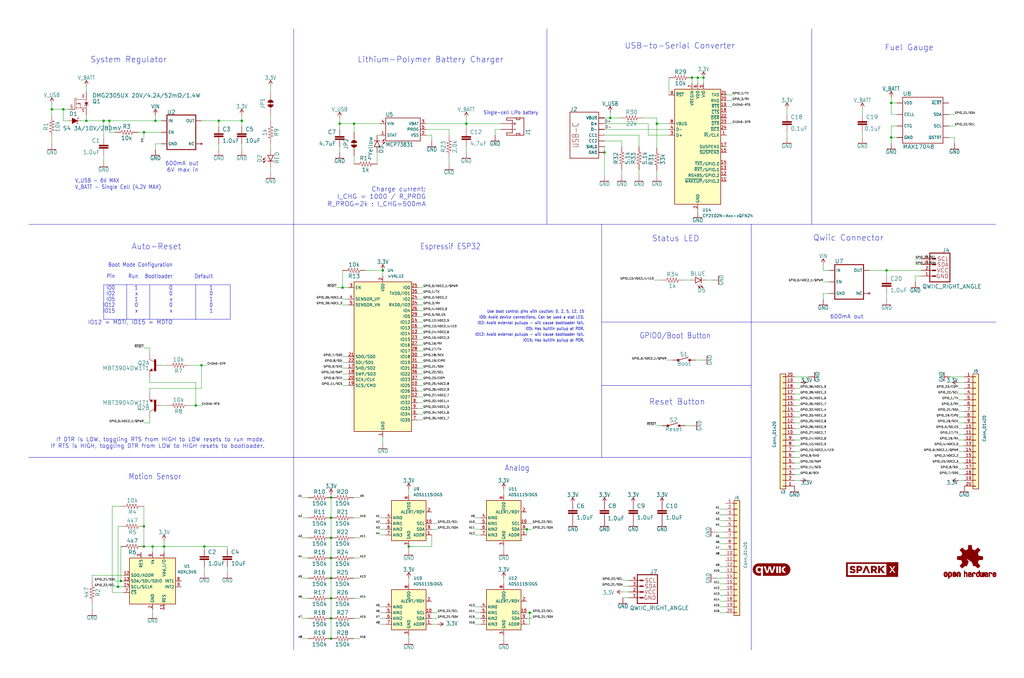
<source format=kicad_sch>
(kicad_sch (version 20230121) (generator eeschema)
  (paper "User" 451.815 299.39)
  (title_block (title "posture") (date "2023-02-28") (rev "0") (company "hasatio"))
  (lib_symbols
    (symbol "Analog_ADC:ADS1115IDGS"
      (property "Reference" "U" (at 2.54 13.97 0))
      (property "Value" "ADS1115IDGS" (at 7.62 11.43 0))
      (symbol "ADS1115IDGS_1_1"
        (pin input line (at 10.16 -5.08 180) (length 2.54) (name "ADDR") (number "1"))
        (pin input line (at 10.16 0 180) (length 2.54) (name "SCL") (number "10"))
        (pin output line (at 10.16 5.08 180) (length 2.54) (name "ALERT/RDY") (number "2"))
        (pin power_in line (at 0 -10.16 90) (length 2.54) (name "GND") (number "3"))
        (pin input line (at -10.16 2.54 0) (length 2.54) (name "AIN0") (number "4"))
        (pin input line (at -10.16 0 0) (length 2.54) (name "AIN1") (number "5"))
        (pin input line (at -10.16 -2.54 0) (length 2.54) (name "AIN2") (number "6"))
        (pin input line (at -10.16 -5.08 0) (length 2.54) (name "AIN3") (number "7"))
        (pin power_in line (at 0 12.7 270) (length 2.54) (name "VDD") (number "8"))
        (pin bidirectional line (at 10.16 -2.54 180) (length 2.54) (name "SDA") (number "9"))
      )
    )
    (symbol "Connector_Generic:Conn_01x20" (pin_names (offset 1.016) hide)
      (property "Reference" "J" (at 0 25.4 0))
      (property "Value" "Conn_01x20" (at 0 -27.94 0))
      (symbol "Conn_01x20_1_1"
        (pin passive line (at -5.08 22.86 0) (length 3.81) (name "Pin_1") (number "1"))
        (pin passive line (at -5.08 0 0) (length 3.81) (name "Pin_10") (number "10"))
        (pin passive line (at -5.08 -2.54 0) (length 3.81) (name "Pin_11") (number "11"))
        (pin passive line (at -5.08 -5.08 0) (length 3.81) (name "Pin_12") (number "12"))
        (pin passive line (at -5.08 -7.62 0) (length 3.81) (name "Pin_13") (number "13"))
        (pin passive line (at -5.08 -10.16 0) (length 3.81) (name "Pin_14") (number "14"))
        (pin passive line (at -5.08 -12.7 0) (length 3.81) (name "Pin_15") (number "15"))
        (pin passive line (at -5.08 -15.24 0) (length 3.81) (name "Pin_16") (number "16"))
        (pin passive line (at -5.08 -17.78 0) (length 3.81) (name "Pin_17") (number "17"))
        (pin passive line (at -5.08 -20.32 0) (length 3.81) (name "Pin_18") (number "18"))
        (pin passive line (at -5.08 -22.86 0) (length 3.81) (name "Pin_19") (number "19"))
        (pin passive line (at -5.08 20.32 0) (length 3.81) (name "Pin_2") (number "2"))
        (pin passive line (at -5.08 -25.4 0) (length 3.81) (name "Pin_20") (number "20"))
        (pin passive line (at -5.08 17.78 0) (length 3.81) (name "Pin_3") (number "3"))
        (pin passive line (at -5.08 15.24 0) (length 3.81) (name "Pin_4") (number "4"))
        (pin passive line (at -5.08 12.7 0) (length 3.81) (name "Pin_5") (number "5"))
        (pin passive line (at -5.08 10.16 0) (length 3.81) (name "Pin_6") (number "6"))
        (pin passive line (at -5.08 7.62 0) (length 3.81) (name "Pin_7") (number "7"))
        (pin passive line (at -5.08 5.08 0) (length 3.81) (name "Pin_8") (number "8"))
        (pin passive line (at -5.08 2.54 0) (length 3.81) (name "Pin_9") (number "9"))
      )
    )
    (symbol "Interface_USB:CP2102N-Axx-xQFN24"
      (property "Reference" "U" (at -8.89 26.67 0))
      (property "Value" "CP2102N-Axx-xQFN24" (at 13.97 26.67 0))
      (symbol "CP2102N-Axx-xQFN24_1_1"
        (pin bidirectional line (at 12.7 5.08 180) (length 2.54) (name "~{RI}/CLK") (number "1"))
        (pin no_connect line (at -10.16 -22.86 0) (length 2.54) hide (name "NC") (number "10"))
        (pin bidirectional line (at 12.7 -15.24 180) (length 2.54) (name "~{WAKEUP}/GPIO.3") (number "11"))
        (pin bidirectional line (at 12.7 -12.7 180) (length 2.54) (name "RS485/GPIO.2") (number "12"))
        (pin bidirectional line (at 12.7 -10.16 180) (length 2.54) (name "~{RXT}/GPIO.1") (number "13"))
        (pin bidirectional line (at 12.7 -7.62 180) (length 2.54) (name "~{TXT}/GPIO.0") (number "14"))
        (pin output line (at 12.7 -2.54 180) (length 2.54) (name "~{SUSPEND}") (number "15"))
        (pin no_connect line (at 10.16 -22.86 180) (length 2.54) hide (name "NC") (number "16"))
        (pin output line (at 12.7 0 180) (length 2.54) (name "SUSPEND") (number "17"))
        (pin input line (at 12.7 15.24 180) (length 2.54) (name "~{CTS}") (number "18"))
        (pin output line (at 12.7 17.78 180) (length 2.54) (name "~{RTS}") (number "19"))
        (pin power_in line (at 0 -27.94 90) (length 2.54) (name "GND") (number "2"))
        (pin input line (at 12.7 20.32 180) (length 2.54) (name "RXD") (number "20"))
        (pin output line (at 12.7 22.86 180) (length 2.54) (name "TXD") (number "21"))
        (pin input line (at 12.7 12.7 180) (length 2.54) (name "~{DSR}") (number "22"))
        (pin output line (at 12.7 10.16 180) (length 2.54) (name "~{DTR}") (number "23"))
        (pin input line (at 12.7 7.62 180) (length 2.54) (name "~{DCD}") (number "24"))
        (pin passive line (at 0 -27.94 90) (length 2.54) hide (name "GND") (number "25"))
        (pin bidirectional line (at -12.7 5.08 0) (length 2.54) (name "D+") (number "3"))
        (pin bidirectional line (at -12.7 7.62 0) (length 2.54) (name "D-") (number "4"))
        (pin power_in line (at 2.54 27.94 270) (length 2.54) (name "VIO") (number "5"))
        (pin power_in line (at 0 27.94 270) (length 2.54) (name "VDD") (number "6"))
        (pin power_in line (at -2.54 27.94 270) (length 2.54) (name "VREGIN") (number "7"))
        (pin input line (at -12.7 10.16 0) (length 2.54) (name "VBUS") (number "8"))
        (pin input line (at -12.7 22.86 0) (length 2.54) (name "~{RST}") (number "9"))
      )
    )
    (symbol "RF_Module:ESP32-WROOM-32"
      (property "Reference" "U" (at -12.7 34.29 0))
      (property "Value" "ESP32-WROOM-32" (at 1.27 34.29 0))
      (symbol "ESP32-WROOM-32_1_1"
        (pin power_in line (at 0 -35.56 90) (length 2.54) (name "GND") (number "1"))
        (pin bidirectional line (at 15.24 -12.7 180) (length 2.54) (name "IO25") (number "10"))
        (pin bidirectional line (at 15.24 -15.24 180) (length 2.54) (name "IO26") (number "11"))
        (pin bidirectional line (at 15.24 -17.78 180) (length 2.54) (name "IO27") (number "12"))
        (pin bidirectional line (at 15.24 10.16 180) (length 2.54) (name "IO14") (number "13"))
        (pin bidirectional line (at 15.24 15.24 180) (length 2.54) (name "IO12") (number "14"))
        (pin passive line (at 0 -35.56 90) (length 2.54) hide (name "GND") (number "15"))
        (pin bidirectional line (at 15.24 12.7 180) (length 2.54) (name "IO13") (number "16"))
        (pin bidirectional line (at -15.24 -5.08 0) (length 2.54) (name "SHD/SD2") (number "17"))
        (pin bidirectional line (at -15.24 -7.62 0) (length 2.54) (name "SWP/SD3") (number "18"))
        (pin bidirectional line (at -15.24 -12.7 0) (length 2.54) (name "SCS/CMD") (number "19"))
        (pin power_in line (at 0 35.56 270) (length 2.54) (name "VDD") (number "2"))
        (pin bidirectional line (at -15.24 -10.16 0) (length 2.54) (name "SCK/CLK") (number "20"))
        (pin bidirectional line (at -15.24 0 0) (length 2.54) (name "SDO/SD0") (number "21"))
        (pin bidirectional line (at -15.24 -2.54 0) (length 2.54) (name "SDI/SD1") (number "22"))
        (pin bidirectional line (at 15.24 7.62 180) (length 2.54) (name "IO15") (number "23"))
        (pin bidirectional line (at 15.24 25.4 180) (length 2.54) (name "IO2") (number "24"))
        (pin bidirectional line (at 15.24 30.48 180) (length 2.54) (name "IO0") (number "25"))
        (pin bidirectional line (at 15.24 20.32 180) (length 2.54) (name "IO4") (number "26"))
        (pin bidirectional line (at 15.24 5.08 180) (length 2.54) (name "IO16") (number "27"))
        (pin bidirectional line (at 15.24 2.54 180) (length 2.54) (name "IO17") (number "28"))
        (pin bidirectional line (at 15.24 17.78 180) (length 2.54) (name "IO5") (number "29"))
        (pin input line (at -15.24 30.48 0) (length 2.54) (name "EN") (number "3"))
        (pin bidirectional line (at 15.24 0 180) (length 2.54) (name "IO18") (number "30"))
        (pin bidirectional line (at 15.24 -2.54 180) (length 2.54) (name "IO19") (number "31"))
        (pin no_connect line (at -12.7 -27.94 0) (length 2.54) hide (name "NC") (number "32"))
        (pin bidirectional line (at 15.24 -5.08 180) (length 2.54) (name "IO21") (number "33"))
        (pin bidirectional line (at 15.24 22.86 180) (length 2.54) (name "RXD0/IO3") (number "34"))
        (pin bidirectional line (at 15.24 27.94 180) (length 2.54) (name "TXD0/IO1") (number "35"))
        (pin bidirectional line (at 15.24 -7.62 180) (length 2.54) (name "IO22") (number "36"))
        (pin bidirectional line (at 15.24 -10.16 180) (length 2.54) (name "IO23") (number "37"))
        (pin passive line (at 0 -35.56 90) (length 2.54) hide (name "GND") (number "38"))
        (pin passive line (at 0 -35.56 90) (length 2.54) hide (name "GND") (number "39"))
        (pin input line (at -15.24 25.4 0) (length 2.54) (name "SENSOR_VP") (number "4"))
        (pin input line (at -15.24 22.86 0) (length 2.54) (name "SENSOR_VN") (number "5"))
        (pin input line (at 15.24 -25.4 180) (length 2.54) (name "IO34") (number "6"))
        (pin input line (at 15.24 -27.94 180) (length 2.54) (name "IO35") (number "7"))
        (pin bidirectional line (at 15.24 -20.32 180) (length 2.54) (name "IO32") (number "8"))
        (pin bidirectional line (at 15.24 -22.86 180) (length 2.54) (name "IO33") (number "9"))
      )
    )
    (symbol "Sensor_Motion:ADXL343"
      (property "Reference" "U" (at -8.89 11.43 0))
      (property "Value" "ADXL343" (at -7.62 -11.43 0))
      (symbol "ADXL343_1_1"
        (pin power_in line (at 5.08 12.7 270) (length 2.54) (name "Vdd_I/O") (number "1"))
        (pin no_connect line (at -5.08 -10.16 90) (length 2.54) hide (name "NC") (number "10"))
        (pin passive line (at 5.08 -12.7 90) (length 2.54) (name "RES") (number "11"))
        (pin bidirectional line (at -12.7 2.54 0) (length 2.54) (name "SDO/ADDR") (number "12"))
        (pin bidirectional line (at -12.7 0 0) (length 2.54) (name "SDA/SDI/SDIO") (number "13"))
        (pin input line (at -12.7 -2.54 0) (length 2.54) (name "SCL/SCLK") (number "14"))
        (pin power_in line (at 0 -12.7 90) (length 2.54) (name "GND") (number "2"))
        (pin passive line (at -5.08 12.7 270) (length 2.54) (name "RES") (number "3"))
        (pin passive line (at 0 -12.7 90) (length 2.54) hide (name "GND") (number "4"))
        (pin passive line (at 0 -12.7 90) (length 2.54) hide (name "GND") (number "5"))
        (pin power_in line (at 0 12.7 270) (length 2.54) (name "Vs") (number "6"))
        (pin input line (at -12.7 -5.08 0) (length 2.54) (name "~{CS}") (number "7"))
        (pin output line (at 12.7 0 180) (length 2.54) (name "INT1") (number "8"))
        (pin output line (at 12.7 -2.54 180) (length 2.54) (name "INT2") (number "9"))
      )
    )
    (symbol "SparkFun ESP32 Thing Plus C-eagle-import:0.1UF-0402T-16V-10%"
      (property "Reference" "C" (at 1.524 2.921 0))
      (property "Value" "0.1UF-0402T-16V-10%" (at 1.524 -2.159 0))
      (symbol "0.1UF-0402T-16V-10%_1_0"
        (pin passive line (at 0 5.08 270) (length 2.54) (name "1") (number "1"))
        (pin passive line (at 0 -2.54 90) (length 2.54) (name "2") (number "2"))
      )
    )
    (symbol "SparkFun ESP32 Thing Plus C-eagle-import:0.1UF-0402T-6.3V-10%-X7R"
      (property "Reference" "C" (at 1.524 2.921 0))
      (property "Value" "0.1UF-0402T-6.3V-10%-X7R" (at 1.524 -2.159 0))
      (symbol "0.1UF-0402T-6.3V-10%-X7R_1_0"
        (pin passive line (at 0 5.08 270) (length 2.54) (name "1") (number "1"))
        (pin passive line (at 0 -2.54 90) (length 2.54) (name "2") (number "2"))
      )
    )
    (symbol "SparkFun ESP32 Thing Plus C-eagle-import:1.0UF-0402T-16V-10%"
      (property "Reference" "C" (at 1.524 2.921 0))
      (property "Value" "1.0UF-0402T-16V-10%" (at 1.524 -2.159 0))
      (symbol "1.0UF-0402T-16V-10%_1_0"
        (pin passive line (at 0 5.08 270) (length 2.54) (name "1") (number "1"))
        (pin passive line (at 0 -2.54 90) (length 2.54) (name "2") (number "2"))
      )
    )
    (symbol "SparkFun ESP32 Thing Plus C-eagle-import:10KOHM-0402T-1{slash}16W-1%"
      (property "Reference" "R" (at 0 1.524 0))
      (property "Value" "10KOHM-0402T-1{slash}16W-1%" (at 0 -1.524 0))
      (symbol "10KOHM-0402T-1{slash}16W-1%_1_0"
        (pin passive line (at -5.08 0 0) (length 2.54) (name "1") (number "1"))
        (pin passive line (at 5.08 0 180) (length 2.54) (name "2") (number "2"))
      )
    )
    (symbol "SparkFun ESP32 Thing Plus C-eagle-import:10UF-0402T-6.3V-20%"
      (property "Reference" "C" (at 1.524 2.921 0))
      (property "Value" "10UF-0402T-6.3V-20%" (at 1.524 -2.159 0))
      (symbol "10UF-0402T-6.3V-20%_1_0"
        (pin passive line (at 0 5.08 270) (length 2.54) (name "1") (number "1"))
        (pin passive line (at 0 -2.54 90) (length 2.54) (name "2") (number "2"))
      )
    )
    (symbol "SparkFun ESP32 Thing Plus C-eagle-import:1KOHM-0402T-1{slash}16W-1%"
      (property "Reference" "R" (at 0 1.524 0))
      (property "Value" "1KOHM-0402T-1{slash}16W-1%" (at 0 -1.524 0))
      (symbol "1KOHM-0402T-1{slash}16W-1%_1_0"
        (pin passive line (at -5.08 0 0) (length 2.54) (name "1") (number "1"))
        (pin passive line (at 5.08 0 180) (length 2.54) (name "2") (number "2"))
      )
    )
    (symbol "SparkFun ESP32 Thing Plus C-eagle-import:2.0KOHM-0603-1{slash}10W-5%"
      (property "Reference" "R" (at 0 1.524 0))
      (property "Value" "2.0KOHM-0603-1{slash}10W-5%" (at 0 -1.524 0))
      (symbol "2.0KOHM-0603-1{slash}10W-5%_1_0"
        (pin passive line (at -5.08 0 0) (length 2.54) (name "1") (number "1"))
        (pin passive line (at 5.08 0 180) (length 2.54) (name "2") (number "2"))
      )
    )
    (symbol "SparkFun ESP32 Thing Plus C-eagle-import:3.3V" (power)
      (property "Value" "3.3V" (at 0 2.794 0))
      (symbol "3.3V_1_0"
        (pin power_in line (at 0 0 90) (length 2.54) (name "3.3V") (number "1"))
      )
    )
    (symbol "SparkFun ESP32 Thing Plus C-eagle-import:4.7UF-0402_TIGHT-6.3V-20%-X5R"
      (property "Reference" "C" (at 1.524 2.921 0))
      (property "Value" "4.7UF-0402_TIGHT-6.3V-20%-X5R" (at 1.524 -2.159 0))
      (symbol "4.7UF-0402_TIGHT-6.3V-20%-X5R_1_0"
        (pin passive line (at 0 5.08 270) (length 2.54) (name "1") (number "1"))
        (pin passive line (at 0 -2.54 90) (length 2.54) (name "2") (number "2"))
      )
    )
    (symbol "SparkFun ESP32 Thing Plus C-eagle-import:4.7UF-0603-35V-(20%)"
      (property "Reference" "C" (at 1.524 2.921 0))
      (property "Value" "4.7UF-0603-35V-(20%)" (at 1.524 -2.159 0))
      (symbol "4.7UF-0603-35V-(20%)_1_0"
        (pin passive line (at 0 5.08 270) (length 2.54) (name "1") (number "1"))
        (pin passive line (at 0 -2.54 90) (length 2.54) (name "2") (number "2"))
      )
    )
    (symbol "SparkFun ESP32 Thing Plus C-eagle-import:5.1KOHM-0402T-1{slash}16W-1%"
      (property "Reference" "R" (at 0 1.524 0))
      (property "Value" "5.1KOHM-0402T-1{slash}16W-1%" (at 0 -1.524 0))
      (symbol "5.1KOHM-0402T-1{slash}16W-1%_1_0"
        (pin passive line (at -5.08 0 0) (length 2.54) (name "1") (number "1"))
        (pin passive line (at 5.08 0 180) (length 2.54) (name "2") (number "2"))
      )
    )
    (symbol "SparkFun ESP32 Thing Plus C-eagle-import:DIODE-SCHOTTKY-BAT60A"
      (property "Reference" "D" (at -2.54 2.032 0))
      (property "Value" "DIODE-SCHOTTKY-BAT60A" (at -2.54 -2.032 0))
      (symbol "DIODE-SCHOTTKY-BAT60A_1_0"
        (pin passive line (at -2.54 0 0) (length 0) (name "A") (number "A"))
        (pin passive line (at 2.54 0 180) (length 0) (name "C") (number "C"))
      )
    )
    (symbol "SparkFun ESP32 Thing Plus C-eagle-import:GND" (power)
      (property "Value" "GND" (at 0 -0.254 0))
      (symbol "GND_1_0"
        (pin power_in line (at 0 2.54 270) (length 2.54) (name "GND") (number "1"))
      )
    )
    (symbol "SparkFun ESP32 Thing Plus C-eagle-import:JST_2MM_MALE"
      (property "Reference" "J" (at -2.54 5.842 0))
      (symbol "JST_2MM_MALE_1_0"
        (pin bidirectional line (at 0 -5.08 90) (length 5.08) (name "-") (number "1"))
        (pin bidirectional line (at 2.54 -5.08 90) (length 5.08) (name "+") (number "2"))
        (pin bidirectional line (at -2.54 2.54 90) (length 0) (name "PAD1") (number "NC1"))
        (pin bidirectional line (at 5.08 2.54 90) (length 0) (name "PAD2") (number "NC2"))
      )
    )
    (symbol "SparkFun ESP32 Thing Plus C-eagle-import:JUMPER-SMT_2_NC_TRACE_SILK"
      (property "Reference" "JP" (at -2.54 2.54 0))
      (property "Value" "JUMPER-SMT_2_NC_TRACE_SILK" (at -2.54 -2.54 0))
      (symbol "JUMPER-SMT_2_NC_TRACE_SILK_1_0"
        (pin passive line (at -5.08 0 0) (length 2.54) (name "1") (number "1"))
        (pin passive line (at 5.08 0 180) (length 2.54) (name "2") (number "2"))
      )
    )
    (symbol "SparkFun ESP32 Thing Plus C-eagle-import:LED-BLUE0603"
      (property "Reference" "D" (at -3.429 -4.572 90))
      (property "Value" "LED-BLUE0603" (at 1.905 -4.572 90))
      (symbol "LED-BLUE0603_1_0"
        (pin passive line (at 0 2.54 270) (length 2.54) (name "A") (number "A"))
        (pin passive line (at 0 -5.08 90) (length 2.54) (name "C") (number "C"))
      )
    )
    (symbol "SparkFun ESP32 Thing Plus C-eagle-import:LED-RED0603"
      (property "Reference" "D" (at -3.429 -4.572 90))
      (property "Value" "LED-RED0603" (at 1.905 -4.572 90))
      (symbol "LED-RED0603_1_0"
        (pin passive line (at 0 2.54 270) (length 2.54) (name "A") (number "A"))
        (pin passive line (at 0 -5.08 90) (length 2.54) (name "C") (number "C"))
      )
    )
    (symbol "SparkFun ESP32 Thing Plus C-eagle-import:LED-YELLOW0603"
      (property "Reference" "D" (at -3.429 -4.572 90))
      (property "Value" "LED-YELLOW0603" (at 1.905 -4.572 90))
      (symbol "LED-YELLOW0603_1_0"
        (pin passive line (at 0 2.54 270) (length 2.54) (name "A") (number "A"))
        (pin passive line (at 0 -5.08 90) (length 2.54) (name "C") (number "C"))
      )
    )
    (symbol "SparkFun ESP32 Thing Plus C-eagle-import:MAX17048DFN8"
      (property "Reference" "U" (at -10.16 10.668 0))
      (property "Value" "MAX17048DFN8" (at -10.16 -12.7 0))
      (symbol "MAX17048DFN8_1_0"
        (pin input line (at -12.7 -2.54 0) (length 2.54) (name "CTG") (number "1"))
        (pin input line (at -12.7 2.54 0) (length 2.54) (name "CELL") (number "2"))
        (pin bidirectional line (at -12.7 7.62 0) (length 2.54) (name "VDD") (number "3"))
        (pin bidirectional line (at -12.7 -7.62 0) (length 2.54) (name "GND") (number "4"))
        (pin bidirectional line (at 10.16 7.62 180) (length 2.54) (name "~{ALRT}") (number "5"))
        (pin bidirectional line (at 10.16 -7.62 180) (length 2.54) (name "QSTRT") (number "6"))
        (pin output line (at 10.16 -2.54 180) (length 2.54) (name "SCL") (number "7"))
        (pin input line (at 10.16 2.54 180) (length 2.54) (name "SDA") (number "8"))
        (pin bidirectional line (at -12.7 -7.62 0) (length 2.54) (name "GND") (number "9"))
      )
    )
    (symbol "SparkFun ESP32 Thing Plus C-eagle-import:MCP73831"
      (property "Reference" "U" (at -7.62 5.588 0))
      (property "Value" "MCP73831" (at -7.62 -7.62 0))
      (symbol "MCP73831_1_0"
        (pin output line (at -10.16 -2.54 0) (length 2.54) (name "STAT") (number "1"))
        (pin power_in line (at 10.16 -2.54 180) (length 2.54) (name "VSS") (number "2"))
        (pin power_in line (at 10.16 2.54 180) (length 2.54) (name "VBAT") (number "3"))
        (pin power_in line (at -10.16 2.54 0) (length 2.54) (name "VIN") (number "4"))
        (pin input line (at 10.16 0 180) (length 2.54) (name "PROG") (number "5"))
      )
    )
    (symbol "SparkFun ESP32 Thing Plus C-eagle-import:MOMENTARY-SWITCH-SPST-SMD-4.6X2.8MM"
      (property "Reference" "S" (at 0 1.524 0))
      (property "Value" "MOMENTARY-SWITCH-SPST-SMD-4.6X2.8MM" (at 0 -0.508 0))
      (symbol "MOMENTARY-SWITCH-SPST-SMD-4.6X2.8MM_1_0"
        (pin passive line (at -5.08 0 0) (length 2.54) (name "1") (number "1"))
        (pin passive line (at -5.08 0 0) (length 2.54) (name "1") (number "2"))
        (pin passive line (at 5.08 0 180) (length 2.54) (name "2") (number "3"))
        (pin passive line (at 5.08 0 180) (length 2.54) (name "2") (number "4"))
      )
    )
    (symbol "SparkFun ESP32 Thing Plus C-eagle-import:MOSFET_PCH-DMG2305UX-7"
      (property "Reference" "Q" (at 5.08 0 0))
      (property "Value" "MOSFET_PCH-DMG2305UX-7" (at 5.08 -2.54 0))
      (symbol "MOSFET_PCH-DMG2305UX-7_1_0"
        (text "D" (at 0.508 2.54 0) (effects (font (size 1.27 1.0795)) (justify left bottom)))
        (text "G" (at -3.302 -0.508 0) (effects (font (size 1.27 1.0795)) (justify right top)))
        (text "S" (at 0.508 -3.81 0) (effects (font (size 1.27 1.0795)) (justify left bottom)))
        (pin bidirectional line (at -5.08 -2.54 0) (length 2.54) (name "G") (number "1"))
        (pin bidirectional line (at 2.54 -5.08 90) (length 2.54) (name "S") (number "2"))
        (pin bidirectional line (at 2.54 5.08 270) (length 2.54) (name "D") (number "3"))
      )
    )
    (symbol "SparkFun ESP32 Thing Plus C-eagle-import:OSHW-LOGOMINI")
    (symbol "SparkFun ESP32 Thing Plus C-eagle-import:QWIIC_CONNECTORJS-1MM"
      (property "Reference" "J" (at -5.08 7.874 0))
      (property "Value" "QWIIC_CONNECTORJS-1MM" (at -5.08 -5.334 0))
      (symbol "QWIIC_CONNECTORJS-1MM_1_0"
        (text "GND" (at -4.572 -2.54 0) (effects (font (size 1.778 1.778)) (justify left)))
        (text "SCL" (at -4.572 5.08 0) (effects (font (size 1.778 1.778)) (justify left)))
        (text "SDA" (at -4.572 2.54 0) (effects (font (size 1.778 1.778)) (justify left)))
        (text "VCC" (at -4.572 0 0) (effects (font (size 1.778 1.778)) (justify left)))
        (pin power_in line (at 7.62 -2.54 180) (length 5.08) (name "1") (number "1"))
        (pin power_in line (at 7.62 0 180) (length 5.08) (name "2") (number "2"))
        (pin passive line (at 7.62 2.54 180) (length 5.08) (name "3") (number "3"))
        (pin passive line (at 7.62 5.08 180) (length 5.08) (name "4") (number "4"))
      )
    )
    (symbol "SparkFun ESP32 Thing Plus C-eagle-import:QWIIC_LOGO_4MM")
    (symbol "SparkFun ESP32 Thing Plus C-eagle-import:SPARKX-LOGO4")
    (symbol "SparkFun ESP32 Thing Plus C-eagle-import:TRANS_NPN_DUAL-MBT3904DW1T1"
      (property "Reference" "Q" (at 2.54 0 0))
      (property "Value" "TRANS_NPN_DUAL-MBT3904DW1T1" (at 2.54 -2.286 0))
      (symbol "TRANS_NPN_DUAL-MBT3904DW1T1_1_0"
        (pin passive line (at 2.54 5.08 270) (length 2.54) (name "C") (number "3"))
        (pin passive line (at 2.54 -5.08 90) (length 2.54) (name "E") (number "4"))
        (pin passive line (at -2.54 0 0) (length 2.54) (name "B") (number "5"))
      )
      (symbol "TRANS_NPN_DUAL-MBT3904DW1T1_2_0"
        (pin passive line (at 2.54 -5.08 90) (length 2.54) (name "E") (number "1"))
        (pin passive line (at -2.54 0 0) (length 2.54) (name "B") (number "2"))
        (pin passive line (at 2.54 5.08 270) (length 2.54) (name "C") (number "6"))
      )
    )
    (symbol "SparkFun ESP32 Thing Plus C-eagle-import:USB_C_2-LAYER_PADS"
      (property "Reference" "J" (at -2.54 10.414 0))
      (property "Value" "USB_C_2-LAYER_PADS" (at -2.54 -12.446 0))
      (symbol "USB_C_2-LAYER_PADS_1_0"
        (text "USB-C" (at 0 0 900) (effects (font (size 2.54 2.159))))
        (pin bidirectional line (at 12.7 0 180) (length 2.54) (name "CC1") (number "A5"))
        (pin bidirectional line (at 12.7 5.08 180) (length 2.54) (name "D+") (number "A6"))
        (pin bidirectional line (at 12.7 2.54 180) (length 2.54) (name "D-") (number "A7"))
        (pin bidirectional line (at 12.7 -2.54 180) (length 2.54) (name "CC2") (number "B5"))
        (pin bidirectional line (at 12.7 5.08 180) (length 2.54) (name "D+") (number "B6"))
        (pin bidirectional line (at 12.7 2.54 180) (length 2.54) (name "D-") (number "B7"))
        (pin bidirectional line (at 12.7 -7.62 180) (length 2.54) (name "GND") (number "GND"))
        (pin bidirectional line (at 12.7 -7.62 180) (length 2.54) (name "GND") (number "GND2"))
        (pin bidirectional line (at 12.7 -5.08 180) (length 2.54) (name "SHLD") (number "SHLD1"))
        (pin bidirectional line (at 12.7 -5.08 180) (length 2.54) (name "SHLD") (number "SHLD2"))
        (pin bidirectional line (at 12.7 -5.08 180) (length 2.54) (name "SHLD") (number "SHLD3"))
        (pin bidirectional line (at 12.7 -5.08 180) (length 2.54) (name "SHLD") (number "SHLD4"))
        (pin bidirectional line (at 12.7 7.62 180) (length 2.54) (name "VBUS") (number "VBUS1"))
        (pin bidirectional line (at 12.7 7.62 180) (length 2.54) (name "VBUS") (number "VBUS2"))
      )
    )
    (symbol "SparkFun ESP32 Thing Plus C-eagle-import:VIN" (power)
      (property "Value" "VIN" (at 0 2.794 0))
      (symbol "VIN_1_0"
        (pin power_in line (at 0 0 90) (length 2.54) (name "VIN") (number "1"))
      )
    )
    (symbol "SparkFun ESP32 Thing Plus C-eagle-import:V_BATT" (power)
      (property "Value" "V_BATT" (at 0 2.794 0))
      (symbol "V_BATT_1_0"
        (pin power_in line (at 0 0 90) (length 2.54) (name "V_BATT") (number "1"))
      )
    )
    (symbol "SparkFun ESP32 Thing Plus C-eagle-import:V_REG_AP2112K-3.3V"
      (property "Reference" "U" (at -7.62 7.874 0))
      (property "Value" "V_REG_AP2112K-3.3V" (at -7.62 -7.874 0))
      (symbol "V_REG_AP2112K-3.3V_1_0"
        (pin input line (at -10.16 5.08 0) (length 2.54) (name "IN") (number "1"))
        (pin input line (at -10.16 -5.08 0) (length 2.54) (name "GND") (number "2"))
        (pin input line (at -10.16 0 0) (length 2.54) (name "EN") (number "3"))
        (pin no_connect line (at 7.62 -5.08 180) (length 2.54) (name "NC") (number "4"))
        (pin passive line (at 7.62 5.08 180) (length 2.54) (name "OUT") (number "5"))
      )
    )
    (symbol "SparkFun ESP32 Thing Plus C-eagle-import:V_USB" (power)
      (property "Value" "V_USB" (at 0 2.794 0))
      (symbol "V_USB_1_0"
        (pin power_in line (at 0 0 90) (length 2.54) (name "V_USB") (number "1"))
      )
    )
  )
  (junction (at 146.05 237.49))
  (junction (at 305.308 34.29))
  (junction (at 52.07 259.08))
  (junction (at 45.72 53.34))
  (junction (at 151.13 127))
  (junction (at 146.05 228.6))
  (junction (at 149.86 54.61))
  (junction (at 63.5 241.3))
  (junction (at 269.24 52.07))
  (junction (at 180.34 241.3))
  (junction (at 146.05 219.71))
  (junction (at 266.7 67.31))
  (junction (at 146.05 246.38))
  (junction (at 233.68 270.51))
  (junction (at 168.91 119.38))
  (junction (at 146.05 264.16))
  (junction (at 310.388 34.29))
  (junction (at 88.9 161.29))
  (junction (at 63.5 58.42))
  (junction (at 205.74 54.61))
  (junction (at 90.17 241.3))
  (junction (at 86.36 179.07))
  (junction (at 391.16 119.38))
  (junction (at 27.94 48.26))
  (junction (at 38.1 53.34))
  (junction (at 48.26 53.34))
  (junction (at 307.848 34.29))
  (junction (at 393.192 60.706))
  (junction (at 393.192 45.466))
  (junction (at 72.39 241.3))
  (junction (at 63.5 232.41))
  (junction (at 146.05 255.27))
  (junction (at 106.68 53.34))
  (junction (at 146.05 273.05))
  (junction (at 146.05 281.94))
  (junction (at 289.814 54.61))
  (junction (at 22.86 48.26))
  (junction (at 67.31 241.3))
  (junction (at 232.41 233.68))
  (junction (at 68.58 53.34))
  (junction (at 96.52 53.34))
  (junction (at 156.21 54.61))
  (junction (at 53.34 256.54))
  (wire (pts (xy 151.13 167.64) (xy 153.67 167.64)))
  (wire (pts (xy 273.558 52.07) (xy 269.24 52.07)))
  (wire (pts (xy 186.69 144.78) (xy 184.15 144.78)))
  (wire (pts (xy 350.52 201.93) (xy 353.06 201.93)))
  (wire (pts (xy 421.132 60.706) (xy 421.132 63.246)))
  (wire (pts (xy 133.35 255.27) (xy 135.89 255.27)))
  (wire (pts (xy 151.13 134.62) (xy 153.67 134.62)))
  (wire (pts (xy 317.5 245.11) (xy 320.04 245.11)))
  (polyline (pts (xy 331.47 142.24) (xy 439.42 142.24)))
  (wire (pts (xy 88.9 171.45) (xy 88.9 161.29)))
  (wire (pts (xy 380.492 58.166) (xy 380.492 60.706)))
  (wire (pts (xy 151.13 165.1) (xy 153.67 165.1)))
  (wire (pts (xy 167.64 270.51) (xy 170.18 270.51)))
  (wire (pts (xy 168.91 119.38) (xy 168.91 121.92)))
  (wire (pts (xy 153.67 127) (xy 151.13 127)))
  (wire (pts (xy 350.52 171.45) (xy 353.06 171.45)))
  (wire (pts (xy 186.69 134.62) (xy 184.15 134.62)))
  (wire (pts (xy 422.91 199.39) (xy 425.45 199.39)))
  (wire (pts (xy 347.218 58.166) (xy 347.218 60.706)))
  (wire (pts (xy 289.814 75.438) (xy 289.814 77.47)))
  (wire (pts (xy 52.07 259.08) (xy 54.61 259.08)))
  (wire (pts (xy 68.58 53.34) (xy 48.26 53.34)))
  (wire (pts (xy 158.75 219.71) (xy 156.21 219.71)))
  (wire (pts (xy 418.592 55.626) (xy 421.132 55.626)))
  (wire (pts (xy 68.58 53.34) (xy 68.58 50.8)))
  (wire (pts (xy 71.12 63.5) (xy 68.58 63.5)))
  (polyline (pts (xy 265.43 170.18) (xy 331.47 170.18)))
  (polyline (pts (xy 101.6 125.73) (xy 101.6 140.97)))
  (wire (pts (xy 422.91 186.69) (xy 425.45 186.69)))
  (wire (pts (xy 422.91 204.47) (xy 425.45 204.47)))
  (wire (pts (xy 53.34 241.3) (xy 53.34 256.54)))
  (wire (pts (xy 383.54 119.38) (xy 391.16 119.38)))
  (wire (pts (xy 209.55 270.51) (xy 212.09 270.51)))
  (wire (pts (xy 395.732 50.546) (xy 393.192 50.546)))
  (wire (pts (xy 198.12 57.15) (xy 198.12 59.69)))
  (wire (pts (xy 146.05 219.71) (xy 146.05 228.6)))
  (wire (pts (xy 187.96 59.69) (xy 190.5 59.69)))
  (wire (pts (xy 350.52 168.91) (xy 353.06 168.91)))
  (wire (pts (xy 66.04 186.69) (xy 63.5 186.69)))
  (wire (pts (xy 310.388 34.29) (xy 307.848 34.29)))
  (wire (pts (xy 52.07 232.41) (xy 52.07 259.08)))
  (wire (pts (xy 286.004 54.61) (xy 266.7 54.61)))
  (polyline (pts (xy 129.54 201.93) (xy 265.43 201.93)))
  (polyline (pts (xy 45.72 140.97) (xy 45.72 125.73)))
  (wire (pts (xy 274.32 77.47) (xy 274.32 74.93)))
  (wire (pts (xy 86.36 168.91) (xy 66.04 168.91)))
  (wire (pts (xy 38.1 38.1) (xy 38.1 40.64)))
  (wire (pts (xy 50.8 259.08) (xy 52.07 259.08)))
  (wire (pts (xy 151.13 132.08) (xy 153.67 132.08)))
  (wire (pts (xy 40.64 269.24) (xy 40.64 266.7)))
  (wire (pts (xy 149.86 67.31) (xy 149.86 64.77)))
  (wire (pts (xy 418.592 50.546) (xy 421.132 50.546)))
  (wire (pts (xy 156.21 54.61) (xy 167.64 54.61)))
  (wire (pts (xy 350.52 191.77) (xy 353.06 191.77)))
  (wire (pts (xy 22.86 63.5) (xy 22.86 60.96)))
  (wire (pts (xy 186.69 149.86) (xy 184.15 149.86)))
  (wire (pts (xy 190.5 59.69) (xy 190.5 62.23)))
  (wire (pts (xy 86.36 179.07) (xy 88.9 179.07)))
  (wire (pts (xy 350.52 207.01) (xy 353.06 207.01)))
  (wire (pts (xy 73.66 179.07) (xy 71.12 179.07)))
  (wire (pts (xy 316.23 255.27) (xy 320.04 255.27)))
  (wire (pts (xy 186.69 185.42) (xy 184.15 185.42)))
  (wire (pts (xy 63.5 58.42) (xy 63.5 60.96)))
  (wire (pts (xy 149.86 54.61) (xy 149.86 52.07)))
  (wire (pts (xy 306.832 159.004) (xy 309.372 159.004)))
  (wire (pts (xy 209.55 267.97) (xy 212.09 267.97)))
  (wire (pts (xy 317.5 252.73) (xy 320.04 252.73)))
  (wire (pts (xy 205.74 54.61) (xy 187.96 54.61)))
  (wire (pts (xy 205.74 57.15) (xy 205.74 54.61)))
  (wire (pts (xy 305.308 34.29) (xy 305.308 36.83)))
  (wire (pts (xy 73.66 161.29) (xy 71.12 161.29)))
  (wire (pts (xy 133.35 228.6) (xy 135.89 228.6)))
  (wire (pts (xy 233.68 270.51) (xy 232.41 270.51)))
  (wire (pts (xy 27.94 53.34) (xy 30.48 53.34)))
  (wire (pts (xy 391.16 119.38) (xy 406.4 119.38)))
  (wire (pts (xy 266.7 62.23) (xy 274.32 62.23)))
  (wire (pts (xy 146.05 228.6) (xy 146.05 237.49)))
  (wire (pts (xy 53.34 256.54) (xy 54.61 256.54)))
  (wire (pts (xy 151.13 119.38) (xy 151.13 127)))
  (wire (pts (xy 314.452 123.698) (xy 311.912 123.698)))
  (wire (pts (xy 395.732 55.626) (xy 393.192 55.626)))
  (wire (pts (xy 266.7 67.31) (xy 266.7 77.47)))
  (wire (pts (xy 186.69 180.34) (xy 184.15 180.34)))
  (wire (pts (xy 187.96 57.15) (xy 198.12 57.15)))
  (wire (pts (xy 158.75 237.49) (xy 156.21 237.49)))
  (wire (pts (xy 323.088 54.61) (xy 320.548 54.61)))
  (wire (pts (xy 274.828 261.366) (xy 277.368 261.366)))
  (wire (pts (xy 167.64 233.68) (xy 170.18 233.68)))
  (wire (pts (xy 274.32 62.23) (xy 274.32 64.77)))
  (wire (pts (xy 209.55 275.59) (xy 212.09 275.59)))
  (wire (pts (xy 167.64 267.97) (xy 170.18 267.97)))
  (wire (pts (xy 50.8 256.54) (xy 53.34 256.54)))
  (wire (pts (xy 350.52 189.23) (xy 353.06 189.23)))
  (wire (pts (xy 393.192 60.706) (xy 393.192 63.246)))
  (wire (pts (xy 146.05 264.16) (xy 146.05 273.05)))
  (polyline (pts (xy 86.36 125.73) (xy 86.36 140.97)))
  (wire (pts (xy 289.814 52.07) (xy 289.814 54.61)))
  (wire (pts (xy 133.35 219.71) (xy 135.89 219.71)))
  (wire (pts (xy 88.9 161.29) (xy 91.44 161.29)))
  (wire (pts (xy 63.5 58.42) (xy 71.12 58.42)))
  (wire (pts (xy 90.17 241.3) (xy 90.17 242.57)))
  (wire (pts (xy 347.218 48.006) (xy 347.218 50.546)))
  (wire (pts (xy 205.74 67.31) (xy 205.74 64.77)))
  (wire (pts (xy 380.492 48.006) (xy 380.492 50.546)))
  (wire (pts (xy 96.52 66.04) (xy 96.52 63.5)))
  (wire (pts (xy 38.1 53.34) (xy 45.72 53.34)))
  (wire (pts (xy 266.7 59.69) (xy 281.94 59.69)))
  (polyline (pts (xy 331.47 287.02) (xy 331.47 201.93)))
  (wire (pts (xy 307.848 34.29) (xy 305.308 34.29)))
  (wire (pts (xy 186.69 137.16) (xy 184.15 137.16)))
  (wire (pts (xy 22.86 50.8) (xy 22.86 48.26)))
  (wire (pts (xy 209.55 228.6) (xy 212.09 228.6)))
  (wire (pts (xy 320.548 46.99) (xy 323.088 46.99)))
  (wire (pts (xy 168.91 195.58) (xy 168.91 193.04)))
  (wire (pts (xy 149.86 54.61) (xy 156.21 54.61)))
  (wire (pts (xy 277.368 263.906) (xy 274.828 263.906)))
  (wire (pts (xy 317.5 260.35) (xy 320.04 260.35)))
  (wire (pts (xy 198.12 69.85) (xy 198.12 72.39)))
  (wire (pts (xy 151.13 170.18) (xy 153.67 170.18)))
  (wire (pts (xy 133.35 264.16) (xy 135.89 264.16)))
  (wire (pts (xy 180.34 242.57) (xy 180.34 241.3)))
  (wire (pts (xy 422.91 168.91) (xy 425.45 168.91)))
  (wire (pts (xy 151.13 160.02) (xy 153.67 160.02)))
  (wire (pts (xy 63.5 241.3) (xy 67.31 241.3)))
  (wire (pts (xy 180.34 281.94) (xy 180.34 280.67)))
  (polyline (pts (xy 265.43 99.06) (xy 331.47 99.06)))
  (wire (pts (xy 72.39 238.76) (xy 72.39 241.3)))
  (wire (pts (xy 146.05 237.49) (xy 146.05 246.38)))
  (wire (pts (xy 119.38 38.1) (xy 119.38 40.64)))
  (wire (pts (xy 90.17 241.3) (xy 72.39 241.3)))
  (wire (pts (xy 119.38 63.5) (xy 119.38 66.04)))
  (wire (pts (xy 350.52 209.55) (xy 353.06 209.55)))
  (wire (pts (xy 119.38 50.8) (xy 119.38 53.34)))
  (wire (pts (xy 320.548 44.45) (xy 323.088 44.45)))
  (wire (pts (xy 45.72 53.34) (xy 45.72 60.96)))
  (wire (pts (xy 193.04 233.68) (xy 190.5 233.68)))
  (wire (pts (xy 422.91 209.55) (xy 425.45 209.55)))
  (wire (pts (xy 40.64 254) (xy 40.64 256.54)))
  (wire (pts (xy 158.75 273.05) (xy 156.21 273.05)))
  (wire (pts (xy 186.69 142.24) (xy 184.15 142.24)))
  (wire (pts (xy 350.52 176.53) (xy 353.06 176.53)))
  (wire (pts (xy 158.75 228.6) (xy 156.21 228.6)))
  (polyline (pts (xy 86.36 140.97) (xy 66.04 140.97)))
  (wire (pts (xy 317.5 267.97) (xy 320.04 267.97)))
  (wire (pts (xy 186.69 129.54) (xy 184.15 129.54)))
  (wire (pts (xy 422.91 176.53) (xy 425.45 176.53)))
  (wire (pts (xy 167.64 275.59) (xy 170.18 275.59)))
  (wire (pts (xy 66.04 186.69) (xy 66.04 184.15)))
  (wire (pts (xy 209.55 273.05) (xy 212.09 273.05)))
  (wire (pts (xy 422.91 171.45) (xy 425.45 171.45)))
  (wire (pts (xy 90.17 252.73) (xy 90.17 250.19)))
  (wire (pts (xy 218.44 57.15) (xy 220.98 57.15)))
  (wire (pts (xy 186.69 152.4) (xy 184.15 152.4)))
  (polyline (pts (xy 45.72 125.73) (xy 55.88 125.73)))
  (wire (pts (xy 66.04 156.21) (xy 66.04 153.67)))
  (wire (pts (xy 393.192 45.466) (xy 393.192 42.926)))
  (wire (pts (xy 166.37 67.31) (xy 166.37 72.39)))
  (wire (pts (xy 106.68 50.8) (xy 106.68 53.34)))
  (polyline (pts (xy 12.7 99.06) (xy 129.54 99.06)))
  (wire (pts (xy 146.05 255.27) (xy 146.05 264.16)))
  (wire (pts (xy 317.5 227.33) (xy 320.04 227.33)))
  (wire (pts (xy 393.192 50.546) (xy 393.192 45.466)))
  (wire (pts (xy 133.35 281.94) (xy 135.89 281.94)))
  (wire (pts (xy 186.69 127) (xy 184.15 127)))
  (wire (pts (xy 53.34 232.41) (xy 52.07 232.41)))
  (wire (pts (xy 406.4 114.3) (xy 403.86 114.3)))
  (polyline (pts (xy 241.3 99.06) (xy 265.43 99.06)))
  (wire (pts (xy 166.37 59.69) (xy 167.64 59.69)))
  (wire (pts (xy 365.76 119.38) (xy 363.22 119.38)))
  (polyline (pts (xy 331.47 201.93) (xy 331.47 170.18)))
  (wire (pts (xy 35.56 53.34) (xy 38.1 53.34)))
  (wire (pts (xy 350.52 179.07) (xy 353.06 179.07)))
  (wire (pts (xy 422.91 194.31) (xy 425.45 194.31)))
  (wire (pts (xy 68.58 63.5) (xy 68.58 66.04)))
  (wire (pts (xy 180.34 255.27) (xy 180.34 257.81)))
  (wire (pts (xy 363.22 119.38) (xy 363.22 116.84)))
  (polyline (pts (xy 129.54 99.06) (xy 129.54 287.02)))
  (polyline (pts (xy 86.36 125.73) (xy 101.6 125.73)))
  (polyline (pts (xy 331.47 99.06) (xy 358.14 99.06)))
  (wire (pts (xy 317.5 229.87) (xy 320.04 229.87)))
  (wire (pts (xy 27.94 48.26) (xy 22.86 48.26)))
  (wire (pts (xy 22.86 45.72) (xy 22.86 48.26)))
  (polyline (pts (xy 55.88 125.73) (xy 66.04 125.73)))
  (wire (pts (xy 60.96 58.42) (xy 63.5 58.42)))
  (polyline (pts (xy 265.43 142.24) (xy 265.43 99.06)))
  (wire (pts (xy 363.22 129.54) (xy 363.22 132.08)))
  (wire (pts (xy 186.69 154.94) (xy 184.15 154.94)))
  (wire (pts (xy 222.25 255.27) (xy 222.25 257.81)))
  (wire (pts (xy 274.828 258.826) (xy 277.368 258.826)))
  (wire (pts (xy 27.94 48.26) (xy 27.94 53.34)))
  (wire (pts (xy 316.23 234.95) (xy 320.04 234.95)))
  (wire (pts (xy 158.75 281.94) (xy 156.21 281.94)))
  (wire (pts (xy 422.91 173.99) (xy 425.45 173.99)))
  (wire (pts (xy 391.16 119.38) (xy 391.16 121.92)))
  (wire (pts (xy 96.52 53.34) (xy 106.68 53.34)))
  (wire (pts (xy 186.69 157.48) (xy 184.15 157.48)))
  (wire (pts (xy 320.548 41.91) (xy 323.088 41.91)))
  (wire (pts (xy 149.86 54.61) (xy 149.86 57.15)))
  (wire (pts (xy 266.7 57.15) (xy 295.148 57.15)))
  (wire (pts (xy 363.22 124.46) (xy 365.76 124.46)))
  (wire (pts (xy 393.192 55.626) (xy 393.192 60.706)))
  (wire (pts (xy 133.35 246.38) (xy 135.89 246.38)))
  (wire (pts (xy 190.5 241.3) (xy 180.34 241.3)))
  (polyline (pts (xy 129.54 99.06) (xy 241.3 99.06)))
  (wire (pts (xy 186.69 132.08) (xy 184.15 132.08)))
  (wire (pts (xy 232.41 275.59) (xy 233.68 275.59)))
  (wire (pts (xy 205.74 52.07) (xy 205.74 54.61)))
  (polyline (pts (xy 55.88 140.97) (xy 45.72 140.97)))
  (wire (pts (xy 146.05 246.38) (xy 146.05 255.27)))
  (wire (pts (xy 186.69 165.1) (xy 184.15 165.1)))
  (wire (pts (xy 167.64 231.14) (xy 170.18 231.14)))
  (wire (pts (xy 222.25 242.57) (xy 222.25 241.3)))
  (polyline (pts (xy 129.54 12.7) (xy 129.54 99.06)))
  (polyline (pts (xy 331.47 142.24) (xy 331.47 142.24)))
  (polyline (pts (xy 331.47 170.18) (xy 331.47 142.24)))
  (wire (pts (xy 193.04 231.14) (xy 190.5 231.14)))
  (wire (pts (xy 317.5 270.51) (xy 320.04 270.51)))
  (wire (pts (xy 86.36 179.07) (xy 86.36 168.91)))
  (wire (pts (xy 156.21 68.58) (xy 156.21 72.39)))
  (wire (pts (xy 209.55 233.68) (xy 212.09 233.68)))
  (wire (pts (xy 72.39 243.84) (xy 72.39 241.3)))
  (wire (pts (xy 48.26 53.34) (xy 45.72 53.34)))
  (wire (pts (xy 406.4 116.84) (xy 403.86 116.84)))
  (wire (pts (xy 100.33 252.73) (xy 100.33 250.19)))
  (wire (pts (xy 422.91 212.09) (xy 425.45 212.09)))
  (wire (pts (xy 222.25 215.9) (xy 222.25 218.44)))
  (wire (pts (xy 67.31 241.3) (xy 67.31 243.84)))
  (polyline (pts (xy 66.04 125.73) (xy 66.04 140.97)))
  (polyline (pts (xy 66.04 125.73) (xy 86.36 125.73)))
  (wire (pts (xy 30.48 48.26) (xy 27.94 48.26)))
  (wire (pts (xy 38.1 50.8) (xy 38.1 53.34)))
  (wire (pts (xy 289.814 65.278) (xy 289.814 54.61)))
  (wire (pts (xy 133.35 237.49) (xy 135.89 237.49)))
  (wire (pts (xy 295.148 59.69) (xy 286.004 59.69)))
  (wire (pts (xy 151.13 157.48) (xy 153.67 157.48)))
  (wire (pts (xy 186.69 175.26) (xy 184.15 175.26)))
  (wire (pts (xy 288.544 123.698) (xy 291.592 123.698)))
  (wire (pts (xy 418.592 60.706) (xy 421.132 60.706)))
  (wire (pts (xy 88.9 53.34) (xy 96.52 53.34)))
  (wire (pts (xy 193.04 275.59) (xy 190.5 275.59)))
  (wire (pts (xy 283.718 52.07) (xy 289.814 52.07)))
  (wire (pts (xy 158.75 264.16) (xy 156.21 264.16)))
  (wire (pts (xy 422.91 184.15) (xy 425.45 184.15)))
  (wire (pts (xy 66.04 171.45) (xy 88.9 171.45)))
  (wire (pts (xy 96.52 53.34) (xy 96.52 55.88)))
  (wire (pts (xy 317.5 257.81) (xy 320.04 257.81)))
  (wire (pts (xy 350.52 212.09) (xy 353.06 212.09)))
  (wire (pts (xy 186.69 139.7) (xy 184.15 139.7)))
  (wire (pts (xy 304.292 123.698) (xy 301.752 123.698)))
  (wire (pts (xy 422.91 196.85) (xy 425.45 196.85)))
  (wire (pts (xy 406.4 121.92) (xy 403.86 121.92)))
  (wire (pts (xy 156.21 54.61) (xy 156.21 58.42)))
  (wire (pts (xy 167.64 273.05) (xy 170.18 273.05)))
  (wire (pts (xy 133.35 273.05) (xy 135.89 273.05)))
  (wire (pts (xy 209.55 236.22) (xy 212.09 236.22)))
  (wire (pts (xy 63.5 232.41) (xy 63.5 241.3)))
  (wire (pts (xy 151.13 162.56) (xy 153.67 162.56)))
  (wire (pts (xy 218.44 57.15) (xy 218.44 59.69)))
  (wire (pts (xy 119.38 76.2) (xy 119.38 73.66)))
  (wire (pts (xy 350.52 204.47) (xy 353.06 204.47)))
  (wire (pts (xy 66.04 173.99) (xy 66.04 171.45)))
  (wire (pts (xy 209.55 231.14) (xy 212.09 231.14)))
  (wire (pts (xy 350.52 184.15) (xy 353.06 184.15)))
  (wire (pts (xy 350.52 196.85) (xy 353.06 196.85)))
  (wire (pts (xy 66.04 168.91) (xy 66.04 166.37)))
  (wire (pts (xy 422.91 191.77) (xy 425.45 191.77)))
  (wire (pts (xy 234.95 273.05) (xy 232.41 273.05)))
  (wire (pts (xy 186.69 177.8) (xy 184.15 177.8)))
  (wire (pts (xy 161.29 119.38) (xy 168.91 119.38)))
  (wire (pts (xy 49.53 261.62) (xy 54.61 261.62)))
  (wire (pts (xy 365.76 129.54) (xy 363.22 129.54)))
  (wire (pts (xy 233.68 275.59) (xy 233.68 270.51)))
  (wire (pts (xy 54.61 254) (xy 40.64 254)))
  (wire (pts (xy 419.1 166.37) (xy 425.45 166.37)))
  (wire (pts (xy 83.82 161.29) (xy 88.9 161.29)))
  (wire (pts (xy 277.368 256.286) (xy 274.828 256.286)))
  (wire (pts (xy 180.34 215.9) (xy 180.34 218.44)))
  (wire (pts (xy 45.72 68.58) (xy 45.72 71.12)))
  (polyline (pts (xy 265.43 170.18) (xy 265.43 142.24)))
  (wire (pts (xy 350.52 173.99) (xy 353.06 173.99)))
  (wire (pts (xy 234.95 270.51) (xy 233.68 270.51)))
  (wire (pts (xy 151.13 127) (xy 148.59 127)))
  (wire (pts (xy 186.69 162.56) (xy 184.15 162.56)))
  (polyline (pts (xy 101.6 140.97) (xy 86.36 140.97)))
  (wire (pts (xy 317.5 232.41) (xy 320.04 232.41)))
  (wire (pts (xy 146.05 218.44) (xy 146.05 219.71)))
  (wire (pts (xy 269.24 52.07) (xy 269.24 49.53)))
  (polyline (pts (xy 265.43 170.18) (xy 265.43 201.93)))
  (wire (pts (xy 350.52 166.37) (xy 356.87 166.37)))
  (wire (pts (xy 193.04 273.05) (xy 190.5 273.05)))
  (wire (pts (xy 100.33 242.57) (xy 100.33 241.3)))
  (wire (pts (xy 350.52 194.31) (xy 353.06 194.31)))
  (wire (pts (xy 186.69 170.18) (xy 184.15 170.18)))
  (wire (pts (xy 106.68 53.34) (xy 106.68 55.88)))
  (wire (pts (xy 106.68 66.04) (xy 106.68 63.5)))
  (polyline (pts (xy 358.14 12.7) (xy 358.14 99.06)))
  (wire (pts (xy 83.82 179.07) (xy 86.36 179.07)))
  (wire (pts (xy 53.34 223.52) (xy 49.53 223.52)))
  (wire (pts (xy 317.5 240.03) (xy 320.04 240.03)))
  (wire (pts (xy 296.672 159.004) (xy 294.132 159.004)))
  (wire (pts (xy 158.75 255.27) (xy 156.21 255.27)))
  (wire (pts (xy 186.69 172.72) (xy 184.15 172.72)))
  (wire (pts (xy 67.31 241.3) (xy 72.39 241.3)))
  (wire (pts (xy 350.52 199.39) (xy 353.06 199.39)))
  (wire (pts (xy 292.1 187.96) (xy 289.56 187.96)))
  (wire (pts (xy 281.94 77.47) (xy 281.94 74.93)))
  (wire (pts (xy 310.388 36.83) (xy 310.388 34.29)))
  (wire (pts (xy 234.95 231.14) (xy 232.41 231.14)))
  (wire (pts (xy 317.5 237.49) (xy 320.04 237.49)))
  (wire (pts (xy 222.25 281.94) (xy 222.25 280.67)))
  (wire (pts (xy 234.95 233.68) (xy 232.41 233.68)))
  (polyline (pts (xy 55.88 125.73) (xy 55.88 140.97)))
  (wire (pts (xy 422.91 201.93) (xy 425.45 201.93)))
  (wire (pts (xy 190.5 236.22) (xy 190.5 241.3)))
  (wire (pts (xy 317.5 262.89) (xy 320.04 262.89)))
  (wire (pts (xy 186.69 182.88) (xy 184.15 182.88)))
  (wire (pts (xy 48.26 58.42) (xy 48.26 53.34)))
  (wire (pts (xy 422.91 179.07) (xy 425.45 179.07)))
  (wire (pts (xy 49.53 223.52) (xy 49.53 261.62)))
  (wire (pts (xy 422.91 207.01) (xy 425.45 207.01)))
  (wire (pts (xy 393.192 45.466) (xy 395.732 45.466)))
  (wire (pts (xy 63.5 223.52) (xy 63.5 232.41)))
  (wire (pts (xy 289.814 54.61) (xy 295.148 54.61)))
  (wire (pts (xy 281.94 59.69) (xy 281.94 64.77)))
  (wire (pts (xy 220.98 54.61) (xy 205.74 54.61)))
  (wire (pts (xy 266.7 64.77) (xy 266.7 67.31)))
  (wire (pts (xy 186.69 147.32) (xy 184.15 147.32)))
  (wire (pts (xy 71.12 53.34) (xy 68.58 53.34)))
  (wire (pts (xy 167.64 236.22) (xy 170.18 236.22)))
  (wire (pts (xy 317.5 265.43) (xy 320.04 265.43)))
  (wire (pts (xy 295.148 34.29) (xy 295.148 41.91)))
  (wire (pts (xy 146.05 273.05) (xy 146.05 281.94)))
  (wire (pts (xy 391.16 132.08) (xy 391.16 129.54)))
  (polyline (pts (xy 331.47 201.93) (xy 265.43 201.93)))
  (wire (pts (xy 403.86 121.92) (xy 403.86 124.46)))
  (wire (pts (xy 193.04 270.51) (xy 190.5 270.51)))
  (polyline (pts (xy 265.43 142.24) (xy 331.47 142.24)))
  (polyline (pts (xy 12.7 201.93) (xy 129.54 201.93)))
  (wire (pts (xy 422.91 181.61) (xy 425.45 181.61)))
  (wire (pts (xy 302.26 187.96) (xy 304.8 187.96)))
  (polyline (pts (xy 331.47 142.24) (xy 331.47 99.06)))
  (wire (pts (xy 186.69 167.64) (xy 184.15 167.64)))
  (wire (pts (xy 100.33 241.3) (xy 90.17 241.3)))
  (wire (pts (xy 232.41 233.68) (xy 232.41 236.22)))
  (wire (pts (xy 317.5 242.57) (xy 320.04 242.57)))
  (wire (pts (xy 158.75 246.38) (xy 156.21 246.38)))
  (wire (pts (xy 50.8 58.42) (xy 48.26 58.42)))
  (polyline (pts (xy 358.14 99.06) (xy 439.42 99.06)))
  (wire (pts (xy 317.5 224.79) (xy 320.04 224.79)))
  (wire (pts (xy 350.52 186.69) (xy 353.06 186.69)))
  (wire (pts (xy 307.848 36.83) (xy 307.848 34.29)))
  (wire (pts (xy 167.64 228.6) (xy 170.18 228.6)))
  (wire (pts (xy 317.5 250.19) (xy 320.04 250.19)))
  (wire (pts (xy 186.69 160.02) (xy 184.15 160.02)))
  (wire (pts (xy 422.91 189.23) (xy 425.45 189.23)))
  (wire (pts (xy 66.04 153.67) (xy 63.5 153.67)))
  (wire (pts (xy 269.24 52.07) (xy 266.7 52.07)))
  (wire (pts (xy 67.31 270.51) (xy 67.31 269.24)))
  (wire (pts (xy 395.732 60.706) (xy 393.192 60.706)))
  (wire (pts (xy 350.52 181.61) (xy 353.06 181.61)))
  (polyline (pts (xy 241.3 12.7) (xy 241.3 99.06)))
  (wire (pts (xy 286.004 59.69) (xy 286.004 54.61)))
  (polyline (pts (xy 66.04 140.97) (xy 55.88 140.97)))
  (wire (pts (xy 307.848 93.472) (xy 307.848 92.71)))
  (text "Fuel Gauge" (at 411.988 22.606 0) (effects (font (size 2.54 2.54)) (justify right bottom)))
  (text "Auto-Reset" (at 80.01 110.49 0) (effects (font (size 2.54 2.54)) (justify right bottom)))
  (text "IO15" (at 50.8 138.43 0) (effects (font (size 1.778 1.5113)) (justify right bottom)))
  (text "Boot Mode Configuration" (at 76.2 118.11 0) (effects (font (size 1.778 1.5113)) (justify right bottom)))
  (text "1" (at 60.96 133.35 0) (effects (font (size 1.778 1.5113)) (justify right bottom)))
  (text "0" (at 93.98 130.81 0) (effects (font (size 1.778 1.5113)) (justify right bottom)))
  (text "Reset Button" (at 311.15 179.07 0) (effects (font (size 2.54 2.54)) (justify right bottom)))
  (text "x" (at 76.2 138.43 0) (effects (font (size 1.778 1.5113)) (justify right bottom)))
  (text "Default" (at 93.98 123.19 0) (effects (font (size 1.778 1.5113)) (justify right bottom)))
  (text "Pin" (at 50.8 123.19 0) (effects (font (size 1.778 1.5113)) (justify right bottom)))
  (text "IO5: Has builtin pullup at POR." (at 257.81 146.05 0) (effects (font (size 1.27 1.0795)) (justify right bottom)))
  (text "IO5" (at 50.8 133.35 0) (effects (font (size 1.778 1.5113)) (justify right bottom)))
  (text "Run" (at 60.96 123.19 0) (effects (font (size 1.778 1.5113)) (justify right bottom)))
  (text "Qwiic Connector" (at 389.89 106.68 0) (effects (font (size 2.54 2.54)) (justify right bottom)))
  (text "IO0" (at 50.8 128.27 0) (effects (font (size 1.778 1.5113)) (justify right bottom)))
  (text "V_USB - 6V MAX\nV_BATT - Single Cell (4.2V MAX)" (at 33.02 83.82 0) (effects (font (size 1.778 1.5113)) (justify left bottom)))
  (text "Lithium-Polymer Battery Charger" (at 222.25 27.94 0) (effects (font (size 2.54 2.54)) (justify right bottom)))
  (text "IO2" (at 50.8 130.81 0) (effects (font (size 1.778 1.5113)) (justify right bottom)))
  (text "0" (at 76.2 128.27 0) (effects (font (size 1.778 1.5113)) (justify right bottom)))
  (text "1" (at 93.98 133.35 0) (effects (font (size 1.778 1.5113)) (justify right bottom)))
  (text "IO12: Avoid external pullups - will cause bootloader fail." (at 257.81 148.59 0) (effects (font (size 1.27 1.0795)) (justify right bottom)))
  (text "Espressif ESP32" (at 212.09 110.49 0) (effects (font (size 2.54 2.159)) (justify right bottom)))
  (text "IO12" (at 50.8 135.89 0) (effects (font (size 1.778 1.5113)) (justify right bottom)))
  (text "0" (at 76.2 130.81 0) (effects (font (size 1.778 1.5113)) (justify right bottom)))
  (text "0" (at 60.96 135.89 0) (effects (font (size 1.778 1.5113)) (justify right bottom)))
  (text "USB-to-Serial Converter" (at 324.358 21.844 0) (effects (font (size 2.54 2.54)) (justify right bottom)))
  (text "IO15: Has builtin pullup at POR." (at 257.81 151.13 0) (effects (font (size 1.27 1.0795)) (justify right bottom)))
  (text "Motion Sensor" (at 80.01 212.09 0) (effects (font (size 2.54 2.159)) (justify right bottom)))
  (text "Analog\n" (at 233.68 208.28 0) (effects (font (size 2.54 2.159)) (justify right bottom)))
  (text "x" (at 76.2 133.35 0) (effects (font (size 1.778 1.5113)) (justify right bottom)))
  (text "Status LED" (at 308.61 106.934 0) (effects (font (size 2.54 2.54)) (justify right bottom)))
  (text "Bootloader" (at 76.2 123.19 0) (effects (font (size 1.778 1.5113)) (justify right bottom)))
  (text "Use boot control pins with caution: 0, 2, 5, 12, 15" (at 257.81 138.43 0) (effects (font (size 1.27 1.0795)) (justify right bottom)))
  (text "x" (at 60.96 138.43 0) (effects (font (size 1.778 1.5113)) (justify right bottom)))
  (text "GPIO0/Boot Button" (at 313.69 149.86 0) (effects (font (size 2.54 2.159)) (justify right bottom)))
  (text "x" (at 60.96 130.81 0) (effects (font (size 1.778 1.5113)) (justify right bottom)))
  (text "Charge current:\nI_CHG = 1000 / R_PROG\nR_PROG=2k : I_CHG=500mA" (at 187.96 91.44 0) (effects (font (size 2.032 2.032)) (justify right bottom)))
  (text "Single-cell LiPo battery" (at 237.49 50.8 0) (effects (font (size 1.524 1.2954)) (justify right bottom)))
  (text "IO0: Avoid device connections. Can be used a stat LED." (at 257.81 140.97 0) (effects (font (size 1.27 1.0795)) (justify right bottom)))
  (text "0" (at 93.98 135.89 0) (effects (font (size 1.778 1.5113)) (justify right bottom)))
  (text "1" (at 93.98 128.27 0) (effects (font (size 1.778 1.5113)) (justify right bottom)))
  (text "600mA out" (at 381 140.97 0) (effects (font (size 1.778 1.778)) (justify right bottom)))
  (text "600mA out\n6V max in" (at 87.63 76.2 0) (effects (font (size 1.778 1.778)) (justify right bottom)))
  (text "1" (at 93.98 138.43 0) (effects (font (size 1.778 1.5113)) (justify right bottom)))
  (text "If DTR is LOW, toggling RTS from HIGH to LOW resets to run mode.\nIf RTS is HIGH, toggling DTR from LOW to HIGH resets to bootloader." (at 116.84 198.12 0) (effects (font (size 1.778 1.778)) (justify right bottom)))
  (text "IO2: Avoid external pullups - will cause bootloader fail." (at 257.81 143.51 0) (effects (font (size 1.27 1.0795)) (justify right bottom)))
  (text "1" (at 60.96 128.27 0) (effects (font (size 1.778 1.5113)) (justify right bottom)))
  (text "0" (at 76.2 135.89 0) (effects (font (size 1.778 1.5113)) (justify right bottom)))
  (text "IO12 = MDTI, IO15 = MDTO" (at 76.2 143.51 0) (effects (font (size 1.778 1.778)) (justify right bottom)))
  (text "System Regulator" (at 73.66 27.94 0) (effects (font (size 2.54 2.54)) (justify right bottom)))
  (label "GPIO_10{slash}SWP" (at 353.06 204.47 0) (effects (font (size 0.889 0.889))))
  (label "A3" (at 167.64 233.68 180) (effects (font (size 0.889 0.889))))
  (label "GPIO_39/ADC1_3" (at 151.13 134.62 180) (effects (font (size 0.889 0.889))))
  (label "A9" (at 158.75 219.71 0) (effects (font (size 0.889 0.889))))
  (label "A5" (at 133.35 255.27 180) (effects (font (size 0.889 0.889))))
  (label "GPIO_32/ADC1_4" (at 353.06 181.61 0) (effects (font (size 0.889 0.889))))
  (label "GPIO_22/SCL" (at 234.95 231.14 0) (effects (font (size 0.889 0.889))))
  (label "A5" (at 167.64 267.97 180) (effects (font (size 0.889 0.889))))
  (label "GPIO_21/SDA" (at 186.69 162.56 0) (effects (font (size 0.889 0.889))))
  (label "GPIO_15/ADC2_3" (at 422.91 204.47 180) (effects (font (size 0.889 0.889))))
  (label "A1" (at 317.5 224.79 180) (effects (font (size 0.889 0.889))))
  (label "GPIO_22/SCL" (at 422.91 173.99 180) (effects (font (size 0.889 0.889))))
  (label "GPIO_5/SD_CS" (at 422.91 189.23 180) (effects (font (size 0.889 0.889))))
  (label "A4" (at 133.35 246.38 180) (effects (font (size 0.889 0.889))))
  (label "GPIO_18/SCK" (at 422.91 186.69 180) (effects (font (size 0.889 0.889))))
  (label "A12" (at 209.55 236.22 180) (effects (font (size 0.889 0.889))))
  (label "GPIO_21/SDA" (at 422.91 181.61 180) (effects (font (size 0.889 0.889))))
  (label "GPIO_14/ADC2_6" (at 353.06 194.31 0) (effects (font (size 0.889 0.889))))
  (label "GPIO_19/CIPO" (at 422.91 184.15 180) (effects (font (size 0.889 0.889))))
  (label "A15" (at 317.5 267.97 180) (effects (font (size 0.889 0.889))))
  (label "GPIO_22/SCL" (at 421.132 55.626 0) (effects (font (size 0.889 0.889))))
  (label "GPIO_9{slash}SHD" (at 151.13 162.56 180) (effects (font (size 0.889 0.889))))
  (label "A16" (at 317.5 270.51 180) (effects (font (size 0.889 0.889))))
  (label "GPIO_27/ADC2_7" (at 186.69 175.26 0) (effects (font (size 0.889 0.889))))
  (label "CH340-DTR" (at 91.44 161.29 0) (effects (font (size 0.889 0.889))))
  (label "GPIO_22/SCL" (at 403.86 114.3 0) (effects (font (size 0.889 0.889))))
  (label "GPIO_5/SD_CS" (at 186.69 139.7 0) (effects (font (size 0.889 0.889))))
  (label "GPIO_21/SDA" (at 50.8 256.54 180) (effects (font (size 0.889 0.889))))
  (label "EN" (at 63.5 60.96 270) (effects (font (size 0.889 0.889))))
  (label "A14" (at 209.55 270.51 180) (effects (font (size 0.889 0.889))))
  (label "GPIO_3/RX" (at 186.69 134.62 0) (effects (font (size 0.889 0.889))))
  (label "GPIO_3/RX" (at 323.088 44.45 0) (effects (font (size 0.889 0.889))))
  (label "GPIO_39/ADC1_3" (at 353.06 173.99 0) (effects (font (size 0.889 0.889))))
  (label "A6" (at 133.35 264.16 180) (effects (font (size 0.889 0.889))))
  (label "GPIO_21/SDA" (at 274.828 258.826 180) (effects (font (size 0.889 0.889))))
  (label "~{RESET}" (at 148.59 127 180) (effects (font (size 0.889 0.889))))
  (label "A4" (at 317.5 232.41 180) (effects (font (size 0.889 0.889))))
  (label "A13" (at 158.75 255.27 0) (effects (font (size 0.889 0.889))))
  (label "A11" (at 209.55 233.68 180) (effects (font (size 0.889 0.889))))
  (label "A11" (at 158.75 237.49 0) (effects (font (size 0.889 0.889))))
  (label "GPIO_6{slash}SCK" (at 353.06 209.55 0) (effects (font (size 0.889 0.889))))
  (label "GPIO_7{slash}SDO" (at 151.13 157.48 180) (effects (font (size 0.889 0.889))))
  (label "A8" (at 317.5 245.11 180) (effects (font (size 0.889 0.889))))
  (label "GPIO_21/SDA" (at 193.04 233.68 0) (effects (font (size 0.889 0.889))))
  (label "D-" (at 266.8428 57.15 0))
  (label "GPIO_17/TX" (at 422.91 191.77 180) (effects (font (size 0.889 0.889))))
  (label "A2" (at 167.64 231.14 180) (effects (font (size 0.889 0.889))))
  (label "GPIO_32/ADC1_4" (at 186.69 177.8 0) (effects (font (size 0.889 0.889))))
  (label "A12" (at 158.75 246.38 0) (effects (font (size 0.889 0.889))))
  (label "GPIO_22/SCL" (at 186.69 165.1 0) (effects (font (size 0.889 0.889))))
  (label "GPIO_21/SDA" (at 193.04 273.05 0) (effects (font (size 0.889 0.889))))
  (label "GPIO_21/SDA" (at 234.95 233.68 0) (effects (font (size 0.889 0.889))))
  (label "A2" (at 317.5 227.33 180) (effects (font (size 0.889 0.889))))
  (label "~{RESET}" (at 63.5 153.67 180) (effects (font (size 0.889 0.889))))
  (label "~{RESET}" (at 289.56 187.96 180) (effects (font (size 0.889 0.889))))
  (label "A10" (at 317.5 252.73 180) (effects (font (size 0.889 0.889))))
  (label "GPIO_11{slash}SCS" (at 151.13 170.18 180) (effects (font (size 0.889 0.889))))
  (label "GPIO_1/TX" (at 323.088 41.91 0) (effects (font (size 0.889 0.889))))
  (label "GPIO_27/ADC2_7" (at 353.06 191.77 0) (effects (font (size 0.889 0.889))))
  (label "GPIO_35/ADC1_7" (at 353.06 179.07 0) (effects (font (size 0.889 0.889))))
  (label "GPIO_25/ADC2_8" (at 353.06 186.69 0) (effects (font (size 0.889 0.889))))
  (label "GPIO_33/ADC1_5" (at 353.06 184.15 0) (effects (font (size 0.889 0.889))))
  (label "A10" (at 158.75 228.6 0) (effects (font (size 0.889 0.889))))
  (label "GPIO_3/RX" (at 422.91 179.07 180) (effects (font (size 0.889 0.889))))
  (label "A6" (at 317.5 240.03 180) (effects (font (size 0.889 0.889))))
  (label "GPIO_11{slash}SCS" (at 353.06 207.01 0) (effects (font (size 0.889 0.889))))
  (label "A13" (at 317.5 262.89 180) (effects (font (size 0.889 0.889))))
  (label "GPIO_22/SCL" (at 50.8 259.08 180) (effects (font (size 0.889 0.889))))
  (label "GPIO_0/ADC2_1/QPWR" (at 422.91 199.39 180) (effects (font (size 0.889 0.889))))
  (label "GPIO_0/ADC2_1/QPWR" (at 186.69 127 0) (effects (font (size 0.889 0.889))))
  (label "GPIO_25/ADC2_8" (at 186.69 170.18 0) (effects (font (size 0.889 0.889))))
  (label "A16" (at 209.55 275.59 180) (effects (font (size 0.889 0.889))))
  (label "A16" (at 158.75 281.94 0) (effects (font (size 0.889 0.889))))
  (label "GPIO_10{slash}SWP" (at 151.13 165.1 180) (effects (font (size 0.889 0.889))))
  (label "A1" (at 133.35 219.71 180) (effects (font (size 0.889 0.889))))
  (label "GPIO_23/COPI" (at 422.91 171.45 180) (effects (font (size 0.889 0.889))))
  (label "GPIO_16/RX" (at 422.91 194.31 180) (effects (font (size 0.889 0.889))))
  (label "A2" (at 133.35 228.6 180) (effects (font (size 0.889 0.889))))
  (label "GPIO_13/ADC2_4/LED" (at 186.69 144.78 0) (effects (font (size 0.889 0.889))))
  (label "A8" (at 167.64 275.59 180) (effects (font (size 0.889 0.889))))
  (label "GPIO_36/ADC1_0" (at 353.06 171.45 0) (effects (font (size 0.889 0.889))))
  (label "A14" (at 317.5 265.43 180) (effects (font (size 0.889 0.889))))
  (label "GPIO_26/ADC2_9" (at 186.69 172.72 0) (effects (font (size 0.889 0.889))))
  (label "GPIO_34/ADC1_6" (at 353.06 176.53 0) (effects (font (size 0.889 0.889))))
  (label "GPIO_6{slash}SCK" (at 151.13 167.64 180) (effects (font (size 0.889 0.889))))
  (label "GPIO_0/ADC2_1/QPWR" (at 63.5 186.69 180) (effects (font (size 0.889 0.889))))
  (label "A8" (at 133.35 281.94 180) (effects (font (size 0.889 0.889))))
  (label "GPIO_22/SCL" (at 193.04 270.51 0) (effects (font (size 0.889 0.889))))
  (label "GPIO_22/SCL" (at 193.04 231.14 0) (effects (font (size 0.889 0.889))))
  (label "GPIO_21/SDA" (at 234.95 273.05 0) (effects (font (size 0.889 0.889))))
  (label "GPIO_34/ADC1_6" (at 186.69 182.88 0) (effects (font (size 0.889 0.889))))
  (label "A5" (at 317.5 237.49 180) (effects (font (size 0.889 0.889))))
  (label "GPIO_17/TX" (at 186.69 154.94 0) (effects (font (size 0.889 0.889))))
  (label "A3" (at 133.35 237.49 180) (effects (font (size 0.889 0.889))))
  (label "GPIO_14/ADC2_6" (at 186.69 147.32 0) (effects (font (size 0.889 0.889))))
  (label "GPIO_9{slash}SHD" (at 353.06 201.93 0) (effects (font (size 0.889 0.889))))
  (label "GPIO_2/ADC2_2" (at 186.69 132.08 0) (effects (font (size 0.889 0.889))))
  (label "GPIO_0/ADC2_1/QPWR" (at 294.132 159.004 180) (effects (font (size 0.889 0.889))))
  (label "GPIO_23/COPI" (at 186.69 167.64 0) (effects (font (size 0.889 0.889))))
  (label "GPIO_36/ADC1_0" (at 151.13 132.08 180) (effects (font (size 0.889 0.889))))
  (label "CH340-DTR" (at 323.088 54.61 0) (effects (font (size 0.889 0.889))))
  (label "GPIO_18/SCK" (at 186.69 157.48 0) (effects (font (size 0.889 0.889))))
  (label "GPIO_12/ADC2_5" (at 186.69 142.24 0) (effects (font (size 0.889 0.889))))
  (label "GPIO_13/ADC2_4/LED" (at 353.06 199.39 0) (effects (font (size 0.889 0.889))))
  (label "D+" (at 266.7 54.61 0))
  (label "GPIO_1/TX" (at 186.69 129.54 0) (effects (font (size 0.889 0.889))))
  (label "GPIO_1/TX" (at 422.91 176.53 180) (effects (font (size 0.889 0.889))))
  (label "GPIO_16/RX" (at 186.69 152.4 0) (effects (font (size 0.889 0.889))))
  (label "GPIO_4/ADC2_0" (at 186.69 137.16 0) (effects (font (size 0.889 0.889))))
  (label "GPIO_2/ADC2_2" (at 422.91 201.93 180) (effects (font (size 0.889 0.889))))
  (label "GPIO_4/ADC2_0" (at 422.91 196.85 180) (effects (font (size 0.889 0.889))))
  (label "A9" (at 317.5 250.19 180) (effects (font (size 0.889 0.889))))
  (label "A15" (at 209.55 273.05 180) (effects (font (size 0.889 0.889))))
  (label "A7" (at 317.5 242.57 180) (effects (font (size 0.889 0.889))))
  (label "GPIO_0/ADC2_1/QPWR" (at 363.22 124.46 180) (effects (font (size 0.889 0.889))))
  (label "A13" (at 209.55 267.97 180) (effects (font (size 0.889 0.889))))
  (label "GPIO_19/CIPO" (at 186.69 160.02 0) (effects (font (size 0.889 0.889))))
  (label "GPIO_7{slash}SDO" (at 422.91 209.55 180) (effects (font (size 0.889 0.889))))
  (label "GPIO_26/ADC2_9" (at 353.06 189.23 0) (effects (font (size 0.889 0.889))))
  (label "GPIO_33/ADC1_5" (at 186.69 180.34 0) (effects (font (size 0.889 0.889))))
  (label "A7" (at 167.64 273.05 180) (effects (font (size 0.889 0.889))))
  (label "A12" (at 317.5 260.35 180) (effects (font (size 0.889 0.889))))
  (label "GPIO_8{slash}SDI" (at 151.13 160.02 180) (effects (font (size 0.889 0.889))))
  (label "GPIO_15/ADC2_3" (at 186.69 149.86 0) (effects (font (size 0.889 0.889))))
  (label "GPIO_8{slash}SDI" (at 422.91 207.01 180) (effects (font (size 0.889 0.889))))
  (label "GPIO_22/SCL" (at 234.95 270.51 0) (effects (font (size 0.889 0.889))))
  (label "A15" (at 158.75 273.05 0) (effects (font (size 0.889 0.889))))
  (label "GPIO_21/SDA" (at 421.132 50.546 0) (effects (font (size 0.889 0.889))))
  (label "A6" (at 167.64 270.51 180) (effects (font (size 0.889 0.889))))
  (label "A9" (at 209.55 228.6 180) (effects (font (size 0.889 0.889))))
  (label "GPIO_12/ADC2_5" (at 353.06 196.85 0) (effects (font (size 0.889 0.889))))
  (label "CH340-RTS" (at 323.088 46.99 0) (effects (font (size 0.889 0.889))))
  (label "A14" (at 158.75 264.16 0) (effects (font (size 0.889 0.889))))
  (label "GPIO_35/ADC1_7" (at 186.69 185.42 0) (effects (font (size 0.889 0.889))))
  (label "GPIO_21/SDA" (at 403.86 116.84 0) (effects (font (size 0.889 0.889))))
  (label "A7" (at 133.35 273.05 180) (effects (font (size 0.889 0.889))))
  (label "A10" (at 209.55 231.14 180) (effects (font (size 0.889 0.889))))
  (label "A1" (at 167.64 228.6 180) (effects (font (size 0.889 0.889))))
  (label "GPIO_13/ADC2_4/LED" (at 288.544 123.698 180) (effects (font (size 0.889 0.889))))
  (label "GPIO_22/SCL" (at 274.828 256.286 180) (effects (font (size 0.889 0.889))))
  (label "A3" (at 317.5 229.87 180) (effects (font (size 0.889 0.889))))
  (label "A4" (at 167.64 236.22 180) (effects (font (size 0.889 0.889))))
  (label "CH340-RTS" (at 88.9 179.07 0) (effects (font (size 0.889 0.889))))
  (label "A11" (at 317.5 257.81 180) (effects (font (size 0.889 0.889))))
  (symbol (lib_id "SparkFun ESP32 Thing Plus C-eagle-import:5.1KOHM-0402T-1{slash}16W-1%") (at 300.228 34.29 0) (unit 1)
    (property "Reference" "R29" (at 300.228 32.766 0) (effects (font (size 1.778 1.778)) (justify bottom)))
    (property "Value" "10k" (at 300.228 35.814 0) (effects (font (size 1.778 1.778)) (justify top)))
    (property "Footprint" "SparkFun ESP32 Thing Plus C:0402-TIGHT" (effects hide))
  )
  (symbol (lib_id "SparkFun ESP32 Thing Plus C-eagle-import:DIODE-SCHOTTKY-BAT60A") (at 33.02 53.34 0) (unit 1)
    (property "Reference" "D1" (at 30.48 51.308 0) (effects (font (size 1.778 1.778)) (justify left bottom)))
    (property "Value" "S4 3A/10V/280mV" (at 27.686 55.626 0) (effects (font (size 1.778 1.778)) (justify left top)))
    (property "Footprint" "SparkFun ESP32 Thing Plus C:SOD-323" (effects hide))
  )
  (symbol (lib_id "SparkFun ESP32 Thing Plus C-eagle-import:GND") (at 292.1 232.41 0) (unit 1)
    (property "Reference" "#GND0107" (effects hide))
    (property "Value" "GND" (at 292.1 232.664 0) (effects (font (size 1.778 1.5113)) (justify top)))
    (property "Footprint" "SparkFun ESP32 Thing Plus C:" (effects hide))
  )
  (symbol (lib_id "SparkFun ESP32 Thing Plus C-eagle-import:10KOHM-0402T-1{slash}16W-1%") (at 151.13 219.71 0) (unit 1)
    (property "Reference" "R20" (at 151.13 218.186 0) (effects (font (size 1.778 1.778)) (justify bottom)))
    (property "Value" "150k" (at 151.13 221.234 0) (effects (font (size 1.778 1.778)) (justify top)))
    (property "Footprint" "SparkFun ESP32 Thing Plus C:0402-TIGHT" (effects hide))
  )
  (symbol (lib_id "SparkFun ESP32 Thing Plus C-eagle-import:GND") (at 313.69 255.27 270) (unit 1)
    (property "Reference" "#GND0104" (effects hide))
    (property "Value" "GND" (at 313.436 255.27 0) (effects (font (size 1.778 1.5113)) (justify top)))
    (property "Footprint" "SparkFun ESP32 Thing Plus C:" (effects hide))
  )
  (symbol (lib_id "SparkFun ESP32 Thing Plus C-eagle-import:V_REG_AP2112K-3.3V") (at 375.92 124.46 0) (unit 1)
    (property "Reference" "U7" (at 368.3 116.332 0) (effects (font (size 1.778 1.778)) (justify left bottom)))
    (property "Value" "AP2112K-3.3" (at 368.3 134.62 0) (effects (font (size 1.778 1.778)) (justify left bottom)))
    (property "Footprint" "SparkFun ESP32 Thing Plus C:SOT23-5" (effects hide))
  )
  (symbol (lib_id "SparkFun ESP32 Thing Plus C-eagle-import:GND") (at 96.52 68.58 0) (unit 1)
    (property "Reference" "#GND07" (effects hide))
    (property "Value" "GND" (at 96.52 68.834 0) (effects (font (size 1.778 1.5113)) (justify top)))
    (property "Footprint" "SparkFun ESP32 Thing Plus C:" (effects hide))
  )
  (symbol (lib_id "SparkFun ESP32 Thing Plus C-eagle-import:3.3V") (at 146.05 218.44 0) (mirror y) (unit 1)
    (property "Reference" "#SUPPLY0102" (effects hide))
    (property "Value" "3.3V" (at 146.05 215.646 0) (effects (font (size 1.778 1.5113)) (justify bottom)))
    (property "Footprint" "SparkFun ESP32 Thing Plus C:" (effects hide))
  )
  (symbol (lib_id "SparkFun ESP32 Thing Plus C-eagle-import:3.3V") (at 353.06 168.91 270) (unit 1)
    (property "Reference" "#SUPPLY025" (effects hide))
    (property "Value" "3.3V" (at 355.854 168.91 90) (effects (font (size 1.778 1.5113)) (justify bottom)))
    (property "Footprint" "SparkFun ESP32 Thing Plus C:" (effects hide))
  )
  (symbol (lib_id "SparkFun ESP32 Thing Plus C-eagle-import:GND") (at 168.91 198.12 0) (unit 1)
    (property "Reference" "#GND013" (effects hide))
    (property "Value" "GND" (at 168.91 198.12 0) (effects (font (size 1.778 1.5113)) (justify top)))
    (property "Footprint" "SparkFun ESP32 Thing Plus C:" (effects hide))
  )
  (symbol (lib_id "SparkFun ESP32 Thing Plus C-eagle-import:V_USB") (at 269.24 49.53 0) (unit 1)
    (property "Reference" "#SUPPLY020" (effects hide))
    (property "Value" "V_USB" (at 269.24 46.736 0) (effects (font (size 1.778 1.5113)) (justify bottom)))
    (property "Footprint" "SparkFun ESP32 Thing Plus C:" (effects hide))
  )
  (symbol (lib_id "SparkFun ESP32 Thing Plus C-eagle-import:3.3V") (at 353.06 212.09 270) (unit 1)
    (property "Reference" "#SUPPLY026" (effects hide))
    (property "Value" "3.3V" (at 355.854 212.09 90) (effects (font (size 1.778 1.5113)) (justify top)))
    (property "Footprint" "SparkFun ESP32 Thing Plus C:" (effects hide))
  )
  (symbol (lib_id "SparkFun ESP32 Thing Plus C-eagle-import:GND") (at 416.56 166.37 270) (unit 1)
    (property "Reference" "#GND044" (effects hide))
    (property "Value" "GND" (at 416.306 166.37 0) (effects (font (size 1.778 1.5113)) (justify top)))
    (property "Footprint" "SparkFun ESP32 Thing Plus C:" (effects hide))
  )
  (symbol (lib_id "SparkFun ESP32 Thing Plus C-eagle-import:GND") (at 307.34 187.96 90) (unit 1)
    (property "Reference" "#GND033" (effects hide))
    (property "Value" "GND" (at 307.594 187.96 0) (effects (font (size 1.778 1.5113)) (justify top)))
    (property "Footprint" "SparkFun ESP32 Thing Plus C:" (effects hide))
  )
  (symbol (lib_id "SparkFun ESP32 Thing Plus C-eagle-import:USB_C_2-LAYER_PADS") (at 254 59.69 0) (unit 1)
    (property "Reference" "J2" (at 251.46 49.276 0) (effects (font (size 1.778 1.778)) (justify left bottom)))
    (property "Value" "USB_C_2-LAYER_PADS" (effects hide))
    (property "Footprint" "SparkFun ESP32 Thing Plus C:USB-C-16P-2LAYER-PADS" (effects hide))
  )
  (symbol (lib_id "SparkFun ESP32 Thing Plus C-eagle-import:10KOHM-0402T-1{slash}16W-1%") (at 140.97 219.71 0) (unit 1)
    (property "Reference" "R10" (at 140.97 218.186 0) (effects (font (size 1.778 1.778)) (justify bottom)))
    (property "Value" "150k" (at 140.97 221.234 0) (effects (font (size 1.778 1.778)) (justify top)))
    (property "Footprint" "SparkFun ESP32 Thing Plus C:0402-TIGHT" (effects hide))
  )
  (symbol (lib_id "SparkFun ESP32 Thing Plus C-eagle-import:5.1KOHM-0402T-1{slash}16W-1%") (at 274.32 69.85 90) (unit 1)
    (property "Reference" "R32" (at 272.796 69.85 0) (effects (font (size 1.778 1.778)) (justify bottom)))
    (property "Value" "5.1k" (at 275.844 69.85 0) (effects (font (size 1.778 1.778)) (justify top)))
    (property "Footprint" "SparkFun ESP32 Thing Plus C:0402-TIGHT" (effects hide))
  )
  (symbol (lib_id "SparkFun ESP32 Thing Plus C-eagle-import:0.1UF-0402T-6.3V-10%-X7R") (at 347.218 55.626 0) (unit 1)
    (property "Reference" "C18" (at 348.742 52.705 0) (effects (font (size 1.778 1.778)) (justify left bottom)))
    (property "Value" "0.1uF" (at 348.742 57.785 0) (effects (font (size 1.778 1.778)) (justify left bottom)))
    (property "Footprint" "SparkFun ESP32 Thing Plus C:0402-TIGHT" (effects hide))
  )
  (symbol (lib_id "SparkFun ESP32 Thing Plus C-eagle-import:LED-BLUE0603") (at 306.832 123.698 90) (unit 1)
    (property "Reference" "D5" (at 311.404 127.127 90) (effects (font (size 1.778 1.778)) (justify left bottom)))
    (property "Value" "BLUE" (at 311.404 121.793 90) (effects (font (size 1.778 1.778)) (justify left top)))
    (property "Footprint" "SparkFun ESP32 Thing Plus C:LED-0603" (effects hide))
  )
  (symbol (lib_id "SparkFun ESP32 Thing Plus C-eagle-import:10KOHM-0402T-1{slash}16W-1%") (at 22.86 55.88 90) (unit 1)
    (property "Reference" "R1" (at 21.336 55.88 0) (effects (font (size 1.778 1.778)) (justify bottom)))
    (property "Value" "10k" (at 24.384 55.88 0) (effects (font (size 1.778 1.778)) (justify top)))
    (property "Footprint" "SparkFun ESP32 Thing Plus C:0402-TIGHT" (effects hide))
  )
  (symbol (lib_id "SparkFun ESP32 Thing Plus C-eagle-import:3.3V") (at 292.1 222.25 0) (mirror y) (unit 1)
    (property "Reference" "#SUPPLY0110" (effects hide))
    (property "Value" "3.3V" (at 292.1 219.456 0) (effects (font (size 1.778 1.5113)) (justify bottom)))
    (property "Footprint" "SparkFun ESP32 Thing Plus C:" (effects hide))
  )
  (symbol (lib_id "SparkFun ESP32 Thing Plus C-eagle-import:GND") (at 198.12 74.93 0) (unit 1)
    (property "Reference" "#GND015" (effects hide))
    (property "Value" "GND" (at 198.12 75.184 0) (effects (font (size 1.778 1.5113)) (justify top)))
    (property "Footprint" "SparkFun ESP32 Thing Plus C:" (effects hide))
  )
  (symbol (lib_id "SparkFun ESP32 Thing Plus C-eagle-import:GND") (at 380.492 63.246 0) (unit 1)
    (property "Reference" "#GND040" (effects hide))
    (property "Value" "GND" (at 380.492 63.5 0) (effects (font (size 1.778 1.5113)) (justify top)))
    (property "Footprint" "SparkFun ESP32 Thing Plus C:" (effects hide))
  )
  (symbol (lib_id "SparkFun ESP32 Thing Plus C-eagle-import:GND") (at 45.72 73.66 0) (unit 1)
    (property "Reference" "#GND03" (effects hide))
    (property "Value" "GND" (at 45.72 73.914 0) (effects (font (size 1.778 1.5113)) (justify top)))
    (property "Footprint" "SparkFun ESP32 Thing Plus C:" (effects hide))
  )
  (symbol (lib_id "SparkFun ESP32 Thing Plus C-eagle-import:GND") (at 274.828 266.446 0) (mirror y) (unit 1)
    (property "Reference" "#GND0112" (effects hide))
    (property "Value" "GND" (at 274.828 266.7 0) (effects (font (size 1.778 1.5113)) (justify top)))
    (property "Footprint" "SparkFun ESP32 Thing Plus C:" (effects hide))
  )
  (symbol (lib_id "SparkFun ESP32 Thing Plus C-eagle-import:1.0UF-0402T-16V-10%") (at 45.72 66.04 0) (mirror y) (unit 1)
    (property "Reference" "C1" (at 44.196 63.119 0) (effects (font (size 1.778 1.778)) (justify left bottom)))
    (property "Value" "1.0uF" (at 44.196 68.199 0) (effects (font (size 1.778 1.778)) (justify left bottom)))
    (property "Footprint" "SparkFun ESP32 Thing Plus C:0402-TIGHT" (effects hide))
  )
  (symbol (lib_id "Connector_Generic:Conn_01x20") (at 325.12 245.11 0) (unit 1)
    (property "Reference" "J6" (at 323.85 219.71 0) (effects (justify left)))
    (property "Value" "Conn_01x20" (at 328.8921 250.9397 90) (effects (justify left)))
    (property "Footprint" "Connector_FFC-FPC:Molex_200528-0200_1x20-1MP_P1.00mm_Horizontal" (effects hide))
  )
  (symbol (lib_id "SparkFun ESP32 Thing Plus C-eagle-import:GND") (at 180.34 284.48 0) (unit 1)
    (property "Reference" "#GND0103" (effects hide))
    (property "Value" "GND" (at 180.34 284.734 0) (effects (font (size 1.778 1.5113)) (justify top)))
    (property "Footprint" "SparkFun ESP32 Thing Plus C:" (effects hide))
  )
  (symbol (lib_id "SparkFun ESP32 Thing Plus C-eagle-import:GND") (at 266.7 80.01 0) (unit 1)
    (property "Reference" "#GND026" (effects hide))
    (property "Value" "GND" (at 266.7 80.264 0) (effects (font (size 1.778 1.5113)) (justify top)))
    (property "Footprint" "SparkFun ESP32 Thing Plus C:" (effects hide))
  )
  (symbol (lib_id "SparkFun ESP32 Thing Plus C-eagle-import:JUMPER-SMT_2_NC_TRACE_SILK") (at 119.38 45.72 90) (unit 1)
    (property "Reference" "JP1" (at 116.84 48.26 0) (effects (font (size 1.778 1.778)) (justify left bottom)))
    (property "Value" "JUMPER-SMT_2_NC_TRACE_SILK" (effects hide))
    (property "Footprint" "SparkFun ESP32 Thing Plus C:SMT-JUMPER_2_NC_TRACE_SILK" (effects hide))
  )
  (symbol (lib_id "Analog_ADC:ADS1115IDGS") (at 222.25 231.14 0) (unit 1)
    (property "Reference" "U11" (at 224.2694 215.9 0) (effects (justify left)))
    (property "Value" "ADS1115IDGS" (at 224.2694 218.44 0) (effects (justify left)))
    (property "Footprint" "Package_SO:TSSOP-10_3x3mm_P0.5mm" (effects hide))
    (property "Datasheet" "http://www.ti.com/lit/ds/symlink/ads1113.pdf" (effects hide))
  )
  (symbol (lib_id "SparkFun ESP32 Thing Plus C-eagle-import:1.0UF-0402T-16V-10%") (at 279.4 227.33 0) (unit 1)
    (property "Reference" "C9" (at 280.924 224.409 0) (effects (font (size 1.778 1.778)) (justify left bottom)))
    (property "Value" "1.0uF" (at 280.924 229.489 0) (effects (font (size 1.778 1.778)) (justify left bottom)))
    (property "Footprint" "SparkFun ESP32 Thing Plus C:0402-TIGHT" (effects hide))
  )
  (symbol (lib_id "SparkFun ESP32 Thing Plus C-eagle-import:GND") (at 252.73 232.41 0) (unit 1)
    (property "Reference" "#GND0109" (effects hide))
    (property "Value" "GND" (at 252.73 232.664 0) (effects (font (size 1.778 1.5113)) (justify top)))
    (property "Footprint" "SparkFun ESP32 Thing Plus C:" (effects hide))
  )
  (symbol (lib_id "SparkFun ESP32 Thing Plus C-eagle-import:1KOHM-0402T-1{slash}16W-1%") (at 161.29 72.39 0) (unit 1)
    (property "Reference" "R14" (at 161.29 70.866 0) (effects (font (size 1.778 1.778)) (justify bottom)))
    (property "Value" "1k" (at 161.29 73.914 0) (effects (font (size 1.778 1.778)) (justify top)))
    (property "Footprint" "SparkFun ESP32 Thing Plus C:0402-TIGHT" (effects hide))
  )
  (symbol (lib_id "SparkFun ESP32 Thing Plus C-eagle-import:VIN") (at 68.58 50.8 0) (unit 1)
    (property "Reference" "#SUPPLY03" (effects hide))
    (property "Value" "VIN" (at 68.58 48.006 0) (effects (font (size 1.778 1.5113)) (justify bottom)))
    (property "Footprint" "SparkFun ESP32 Thing Plus C:" (effects hide))
  )
  (symbol (lib_id "SparkFun ESP32 Thing Plus C-eagle-import:4.7UF-0603-35V-(20%)") (at 149.86 62.23 0) (mirror y) (unit 1)
    (property "Reference" "C7" (at 148.336 59.309 0) (effects (font (size 1.778 1.778)) (justify left bottom)))
    (property "Value" "4.7uF" (at 148.336 64.389 0) (effects (font (size 1.778 1.778)) (justify left bottom)))
    (property "Footprint" "SparkFun ESP32 Thing Plus C:0603" (effects hide))
  )
  (symbol (lib_id "SparkFun ESP32 Thing Plus C-eagle-import:GND") (at 274.32 80.01 0) (unit 1)
    (property "Reference" "#GND027" (effects hide))
    (property "Value" "GND" (at 274.32 80.264 0) (effects (font (size 1.778 1.5113)) (justify top)))
    (property "Footprint" "SparkFun ESP32 Thing Plus C:" (effects hide))
  )
  (symbol (lib_id "SparkFun ESP32 Thing Plus C-eagle-import:GND") (at 313.69 234.95 270) (unit 1)
    (property "Reference" "#GND0105" (effects hide))
    (property "Value" "GND" (at 313.436 234.95 0) (effects (font (size 1.778 1.5113)) (justify top)))
    (property "Footprint" "SparkFun ESP32 Thing Plus C:" (effects hide))
  )
  (symbol (lib_id "Analog_ADC:ADS1115IDGS") (at 180.34 270.51 0) (unit 1)
    (property "Reference" "U10" (at 182.3594 255.27 0) (effects (justify left)))
    (property "Value" "ADS1115IDGS" (at 182.3594 257.81 0) (effects (justify left)))
    (property "Footprint" "Package_SO:TSSOP-10_3x3mm_P0.5mm" (effects hide))
    (property "Datasheet" "http://www.ti.com/lit/ds/symlink/ads1113.pdf" (effects hide))
  )
  (symbol (lib_id "SparkFun ESP32 Thing Plus C-eagle-import:V_BATT") (at 38.1 38.1 0) (unit 1)
    (property "Reference" "#SUPPLY02" (effects hide))
    (property "Value" "V_BATT" (at 38.1 35.306 0) (effects (font (size 1.778 1.5113)) (justify bottom)))
    (property "Footprint" "SparkFun ESP32 Thing Plus C:" (effects hide))
  )
  (symbol (lib_id "SparkFun ESP32 Thing Plus C-eagle-import:10UF-0402T-6.3V-20%") (at 100.33 247.65 0) (unit 1)
    (property "Reference" "C4" (at 101.854 244.729 0) (effects (font (size 1.778 1.778)) (justify left bottom)))
    (property "Value" "10uF" (at 101.854 249.809 0) (effects (font (size 1.778 1.778)) (justify left bottom)))
    (property "Footprint" "SparkFun ESP32 Thing Plus C:0402-TIGHT" (effects hide))
  )
  (symbol (lib_id "SparkFun ESP32 Thing Plus C-eagle-import:5.1KOHM-0402T-1{slash}16W-1%") (at 289.814 70.358 90) (unit 1)
    (property "Reference" "R31" (at 288.29 70.358 0) (effects (font (size 1.778 1.778)) (justify bottom)))
    (property "Value" "33k" (at 291.338 70.358 0) (effects (font (size 1.778 1.778)) (justify top)))
    (property "Footprint" "SparkFun ESP32 Thing Plus C:0402-TIGHT" (effects hide))
  )
  (symbol (lib_id "SparkFun ESP32 Thing Plus C-eagle-import:10KOHM-0402T-1{slash}16W-1%") (at 140.97 246.38 0) (unit 1)
    (property "Reference" "R15" (at 140.97 244.856 0) (effects (font (size 1.778 1.778)) (justify bottom)))
    (property "Value" "150k" (at 140.97 247.904 0) (effects (font (size 1.778 1.778)) (justify top)))
    (property "Footprint" "SparkFun ESP32 Thing Plus C:0402-TIGHT" (effects hide))
  )
  (symbol (lib_id "SparkFun ESP32 Thing Plus C-eagle-import:3.3V") (at 279.4 222.25 0) (mirror y) (unit 1)
    (property "Reference" "#SUPPLY0109" (effects hide))
    (property "Value" "3.3V" (at 279.4 219.456 0) (effects (font (size 1.778 1.5113)) (justify bottom)))
    (property "Footprint" "SparkFun ESP32 Thing Plus C:" (effects hide))
  )
  (symbol (lib_id "RF_Module:ESP32-WROOM-32") (at 168.91 157.48 0) (unit 1)
    (property "Reference" "U4" (at 170.9294 119.38 0) (effects (justify left)))
    (property "Value" ">VALUE" (at 170.9294 121.92 0) (effects (justify left)))
    (property "Footprint" "SparkFun ESP32 Thing Plus C:ESP-WROOM-32-NARROW" (effects hide))
    (property "Datasheet" "https://www.espressif.com/sites/default/files/documentation/esp32-wroom-32_datasheet_en.pdf" (effects hide))
  )
  (symbol (lib_id "SparkFun ESP32 Thing Plus C-eagle-import:GND") (at 90.17 255.27 0) (unit 1)
    (property "Reference" "#GND06" (effects hide))
    (property "Value" "GND" (at 90.17 255.27 0) (effects (font (size 1.778 1.5113)) (justify top)))
    (property "Footprint" "SparkFun ESP32 Thing Plus C:" (effects hide))
  )
  (symbol (lib_id "SparkFun ESP32 Thing Plus C-eagle-import:10KOHM-0402T-1{slash}16W-1%") (at 151.13 228.6 0) (unit 1)
    (property "Reference" "R21" (at 151.13 227.076 0) (effects (font (size 1.778 1.778)) (justify bottom)))
    (property "Value" "150k" (at 151.13 230.124 0) (effects (font (size 1.778 1.778)) (justify top)))
    (property "Footprint" "SparkFun ESP32 Thing Plus C:0402-TIGHT" (effects hide))
  )
  (symbol (lib_id "SparkFun ESP32 Thing Plus C-eagle-import:GND") (at 289.814 80.01 0) (unit 1)
    (property "Reference" "#GND012" (effects hide))
    (property "Value" "GND" (at 289.814 80.264 0) (effects (font (size 1.778 1.5113)) (justify top)))
    (property "Footprint" "SparkFun ESP32 Thing Plus C:" (effects hide))
  )
  (symbol (lib_id "SparkFun ESP32 Thing Plus C-eagle-import:GND") (at 222.25 245.11 0) (unit 1)
    (property "Reference" "#GND0106" (effects hide))
    (property "Value" "GND" (at 222.25 245.364 0) (effects (font (size 1.778 1.5113)) (justify top)))
    (property "Footprint" "SparkFun ESP32 Thing Plus C:" (effects hide))
  )
  (symbol (lib_id "SparkFun ESP32 Thing Plus C-eagle-import:V_USB") (at 22.86 45.72 0) (unit 1)
    (property "Reference" "#SUPPLY01" (effects hide))
    (property "Value" "V_USB" (at 22.86 42.926 0) (effects (font (size 1.778 1.5113)) (justify bottom)))
    (property "Footprint" "SparkFun ESP32 Thing Plus C:" (effects hide))
  )
  (symbol (lib_id "SparkFun ESP32 Thing Plus C-eagle-import:GND") (at 391.16 134.62 0) (unit 1)
    (property "Reference" "#GND042" (effects hide))
    (property "Value" "GND" (at 391.16 134.874 0) (effects (font (size 1.778 1.5113)) (justify top)))
    (property "Footprint" "SparkFun ESP32 Thing Plus C:" (effects hide))
  )
  (symbol (lib_id "SparkFun ESP32 Thing Plus C-eagle-import:GND") (at 266.7 232.41 0) (unit 1)
    (property "Reference" "#GND0108" (effects hide))
    (property "Value" "GND" (at 266.7 232.664 0) (effects (font (size 1.778 1.5113)) (justify top)))
    (property "Footprint" "SparkFun ESP32 Thing Plus C:" (effects hide))
  )
  (symbol (lib_id "SparkFun ESP32 Thing Plus C-eagle-import:V_BATT") (at 205.74 52.07 0) (unit 1)
    (property "Reference" "#SUPPLY015" (effects hide))
    (property "Value" "V_BATT" (at 205.74 49.276 0) (effects (font (size 1.778 1.5113)) (justify bottom)))
    (property "Footprint" "SparkFun ESP32 Thing Plus C:" (effects hide))
  )
  (symbol (lib_id "SparkFun ESP32 Thing Plus C-eagle-import:10KOHM-0402T-1{slash}16W-1%") (at 151.13 255.27 0) (unit 1)
    (property "Reference" "R25" (at 151.13 253.746 0) (effects (font (size 1.778 1.778)) (justify bottom)))
    (property "Value" "150k" (at 151.13 256.794 0) (effects (font (size 1.778 1.778)) (justify top)))
    (property "Footprint" "SparkFun ESP32 Thing Plus C:0402-TIGHT" (effects hide))
  )
  (symbol (lib_id "SparkFun ESP32 Thing Plus C-eagle-import:GND") (at 311.912 159.004 90) (unit 1)
    (property "Reference" "#GND032" (effects hide))
    (property "Value" "GND" (at 312.166 159.004 0) (effects (font (size 1.778 1.5113)) (justify top)))
    (property "Footprint" "SparkFun ESP32 Thing Plus C:" (effects hide))
  )
  (symbol (lib_id "SparkFun ESP32 Thing Plus C-eagle-import:1KOHM-0402T-1{slash}16W-1%") (at 296.672 123.698 0) (unit 1)
    (property "Reference" "R34" (at 296.672 122.174 0) (effects (font (size 1.778 1.778)) (justify bottom)))
    (property "Value" "1k" (at 296.672 125.222 0) (effects (font (size 1.778 1.778)) (justify top)))
    (property "Footprint" "SparkFun ESP32 Thing Plus C:0402-TIGHT" (effects hide))
  )
  (symbol (lib_id "SparkFun ESP32 Thing Plus C-eagle-import:10KOHM-0402T-1{slash}16W-1%") (at 140.97 237.49 0) (unit 1)
    (property "Reference" "R12" (at 140.97 235.966 0) (effects (font (size 1.778 1.778)) (justify bottom)))
    (property "Value" "150k" (at 140.97 239.014 0) (effects (font (size 1.778 1.778)) (justify top)))
    (property "Footprint" "SparkFun ESP32 Thing Plus C:0402-TIGHT" (effects hide))
  )
  (symbol (lib_id "SparkFun ESP32 Thing Plus C-eagle-import:GND") (at 222.25 284.48 0) (unit 1)
    (property "Reference" "#GND0101" (effects hide))
    (property "Value" "GND" (at 222.25 284.734 0) (effects (font (size 1.778 1.5113)) (justify top)))
    (property "Footprint" "SparkFun ESP32 Thing Plus C:" (effects hide))
  )
  (symbol (lib_id "SparkFun ESP32 Thing Plus C-eagle-import:GND") (at 40.64 271.78 0) (unit 1)
    (property "Reference" "#GND02" (effects hide))
    (property "Value" "GND" (at 40.64 271.78 0) (effects (font (size 1.778 1.5113)) (justify top)))
    (property "Footprint" "SparkFun ESP32 Thing Plus C:" (effects hide))
  )
  (symbol (lib_id "SparkFun ESP32 Thing Plus C-eagle-import:GND") (at 106.68 68.58 0) (unit 1)
    (property "Reference" "#GND09" (effects hide))
    (property "Value" "GND" (at 106.68 68.834 0) (effects (font (size 1.778 1.5113)) (justify top)))
    (property "Footprint" "SparkFun ESP32 Thing Plus C:" (effects hide))
  )
  (symbol (lib_id "SparkFun ESP32 Thing Plus C-eagle-import:3.3V") (at 106.68 50.8 0) (unit 1)
    (property "Reference" "#SUPPLY05" (effects hide))
    (property "Value" "3.3V" (at 106.68 48.006 0) (effects (font (size 1.778 1.5113)) (justify bottom)))
    (property "Footprint" "SparkFun ESP32 Thing Plus C:" (effects hide))
  )
  (symbol (lib_id "SparkFun ESP32 Thing Plus C-eagle-import:3.3V") (at 274.828 261.366 90) (mirror x) (unit 1)
    (property "Reference" "#SUPPLY0112" (effects hide))
    (property "Value" "3.3V" (at 268.478 262.636 90) (effects (font (size 1.778 1.5113)) (justify bottom)))
    (property "Footprint" "SparkFun ESP32 Thing Plus C:" (effects hide))
  )
  (symbol (lib_id "SparkFun ESP32 Thing Plus C-eagle-import:GND") (at 425.45 217.17 0) (unit 1)
    (property "Reference" "#GND046" (effects hide))
    (property "Value" "GND" (at 425.45 217.424 0) (effects (font (size 1.778 1.5113)) (justify top)))
    (property "Footprint" "SparkFun ESP32 Thing Plus C:" (effects hide))
  )
  (symbol (lib_id "SparkFun ESP32 Thing Plus C-eagle-import:OSHW-LOGOMINI") (at 427.99 246.38 0) (unit 1)
    (property "Reference" "LOGO2" (effects hide))
    (property "Value" "OSHW-LOGOMINI" (effects hide))
    (property "Footprint" "SparkFun ESP32 Thing Plus C:OSHW-LOGO-MINI" (effects hide))
  )
  (symbol (lib_id "SparkFun ESP32 Thing Plus C-eagle-import:V_REG_AP2112K-3.3V") (at 81.28 58.42 0) (unit 1)
    (property "Reference" "U2" (at 73.66 50.546 0) (effects (font (size 1.778 1.778)) (justify left bottom)))
    (property "Value" "AP2112K-3.3" (at 73.66 68.58 0) (effects (font (size 1.778 1.778)) (justify left bottom)))
    (property "Footprint" "SparkFun ESP32 Thing Plus C:SOT23-5" (effects hide))
  )
  (symbol (lib_id "SparkFun ESP32 Thing Plus C-eagle-import:MAX17048DFN8") (at 408.432 53.086 0) (unit 1)
    (property "Reference" "U8" (at 398.272 42.418 0) (effects (font (size 1.778 1.778)) (justify left bottom)))
    (property "Value" "MAX17048" (at 398.272 65.786 0) (effects (font (size 1.778 1.778)) (justify left bottom)))
    (property "Footprint" "SparkFun ESP32 Thing Plus C:DFN-8" (effects hide))
  )
  (symbol (lib_id "SparkFun ESP32 Thing Plus C-eagle-import:GND") (at 281.94 80.01 0) (unit 1)
    (property "Reference" "#GND028" (effects hide))
    (property "Value" "GND" (at 281.94 80.264 0) (effects (font (size 1.778 1.5113)) (justify top)))
    (property "Footprint" "SparkFun ESP32 Thing Plus C:" (effects hide))
  )
  (symbol (lib_id "SparkFun ESP32 Thing Plus C-eagle-import:GND") (at 347.218 63.246 0) (unit 1)
    (property "Reference" "#GND035" (effects hide))
    (property "Value" "GND" (at 347.218 63.5 0) (effects (font (size 1.778 1.5113)) (justify top)))
    (property "Footprint" "SparkFun ESP32 Thing Plus C:" (effects hide))
  )
  (symbol (lib_id "SparkFun ESP32 Thing Plus C-eagle-import:10KOHM-0402T-1{slash}16W-1%") (at 156.21 119.38 180) (unit 1)
    (property "Reference" "R13" (at 156.21 120.904 0) (effects (font (size 1.778 1.778)) (justify bottom)))
    (property "Value" "10k" (at 156.21 117.856 0) (effects (font (size 1.778 1.778)) (justify top)))
    (property "Footprint" "SparkFun ESP32 Thing Plus C:0402-TIGHT" (effects hide))
  )
  (symbol (lib_id "SparkFun ESP32 Thing Plus C-eagle-import:0.1UF-0402T-16V-10%") (at 380.492 55.626 0) (unit 1)
    (property "Reference" "C19" (at 382.016 52.705 0) (effects (font (size 1.778 1.778)) (justify left bottom)))
    (property "Value" "0.1uF" (at 381.254 57.785 0) (effects (font (size 1.778 1.778)) (justify left bottom)))
    (property "Footprint" "SparkFun ESP32 Thing Plus C:0402-TIGHT" (effects hide))
  )
  (symbol (lib_id "SparkFun ESP32 Thing Plus C-eagle-import:MCP73831") (at 177.8 57.15 0) (unit 1)
    (property "Reference" "U5" (at 170.18 51.562 0) (effects (font (size 1.778 1.5113)) (justify left bottom)))
    (property "Value" "MCP73831" (at 170.18 64.77 0) (effects (font (size 1.778 1.5113)) (justify left bottom)))
    (property "Footprint" "SparkFun ESP32 Thing Plus C:SOT23-5" (effects hide))
  )
  (symbol (lib_id "SparkFun ESP32 Thing Plus C-eagle-import:GND") (at 67.31 273.05 0) (unit 1)
    (property "Reference" "#GND04" (effects hide))
    (property "Value" "GND" (at 67.31 273.05 0) (effects (font (size 1.778 1.5113)) (justify top)))
    (property "Footprint" "SparkFun ESP32 Thing Plus C:" (effects hide))
  )
  (symbol (lib_id "Sensor_Motion:ADXL343") (at 67.31 256.54 0) (unit 1)
    (property "Reference" "U1" (at 82.55 249.9612 0))
    (property "Value" "ADXL345" (at 82.55 252.5012 0))
    (property "Footprint" "Package_LGA:LGA-14_3x5mm_P0.8mm_LayoutBorder1x6y" (effects hide))
    (property "Datasheet" "https://www.analog.com/media/en/technical-documentation/data-sheets/ADXL343.pdf" (effects hide))
  )
  (symbol (lib_id "SparkFun ESP32 Thing Plus C-eagle-import:3.3V") (at 422.91 212.09 90) (unit 1)
    (property "Reference" "#SUPPLY031" (effects hide))
    (property "Value" "3.3V" (at 420.116 212.09 90) (effects (font (size 1.778 1.5113)) (justify bottom)))
    (property "Footprint" "SparkFun ESP32 Thing Plus C:" (effects hide))
  )
  (symbol (lib_id "SparkFun ESP32 Thing Plus C-eagle-import:JST_2MM_MALE") (at 226.06 57.15 270) (mirror x) (unit 1)
    (property "Reference" "J1" (at 231.902 59.69 0) (effects (font (size 1.778 1.5113)) (justify left bottom)))
    (property "Value" "JST_2MM_MALE" (effects hide))
    (property "Footprint" "SparkFun ESP32 Thing Plus C:JST-2-SMD" (effects hide))
  )
  (symbol (lib_id "SparkFun ESP32 Thing Plus C-eagle-import:10UF-0402T-6.3V-20%") (at 106.68 60.96 0) (unit 1)
    (property "Reference" "C5" (at 108.204 58.039 0) (effects (font (size 1.778 1.778)) (justify left bottom)))
    (property "Value" "10uF" (at 108.204 63.119 0) (effects (font (size 1.778 1.778)) (justify left bottom)))
    (property "Footprint" "SparkFun ESP32 Thing Plus C:0402-TIGHT" (effects hide))
  )
  (symbol (lib_id "SparkFun ESP32 Thing Plus C-eagle-import:5.1KOHM-0402T-1{slash}16W-1%") (at 278.638 52.07 0) (unit 1)
    (property "Reference" "R30" (at 278.638 50.546 0) (effects (font (size 1.778 1.778)) (justify bottom)))
    (property "Value" "22k" (at 278.638 53.594 0) (effects (font (size 1.778 1.778)) (justify top)))
    (property "Footprint" "SparkFun ESP32 Thing Plus C:0402-TIGHT" (effects hide))
  )
  (symbol (lib_id "SparkFun ESP32 Thing Plus C-eagle-import:V_BATT") (at 380.492 48.006 0) (mirror y) (unit 1)
    (property "Reference" "#SUPPLY028" (effects hide))
    (property "Value" "V_BATT" (at 380.492 45.212 0) (effects (font (size 1.778 1.5113)) (justify bottom)))
    (property "Footprint" "SparkFun ESP32 Thing Plus C:" (effects hide))
  )
  (symbol (lib_id "SparkFun ESP32 Thing Plus C-eagle-import:1.0UF-0402T-16V-10%") (at 266.7 227.33 0) (unit 1)
    (property "Reference" "C8" (at 268.224 224.409 0) (effects (font (size 1.778 1.778)) (justify left bottom)))
    (property "Value" "1.0uF" (at 267.97 229.87 0) (effects (font (size 1.778 1.778)) (justify left bottom)))
    (property "Footprint" "SparkFun ESP32 Thing Plus C:0402-TIGHT" (effects hide))
  )
  (symbol (lib_id "SparkFun ESP32 Thing Plus C-eagle-import:10KOHM-0402T-1{slash}16W-1%") (at 58.42 232.41 180) (unit 1)
    (property "Reference" "R5" (at 58.42 233.934 0) (effects (font (size 1.778 1.778)) (justify bottom)))
    (property "Value" "4k7" (at 58.42 230.886 0) (effects (font (size 1.778 1.778)) (justify top)))
    (property "Footprint" "SparkFun ESP32 Thing Plus C:0402-TIGHT" (effects hide))
  )
  (symbol (lib_id "SparkFun ESP32 Thing Plus C-eagle-import:GND") (at 316.992 123.698 90) (unit 1)
    (property "Reference" "#GND031" (effects hide))
    (property "Value" "GND" (at 317.246 123.698 0) (effects (font (size 1.778 1.5113)) (justify top)))
    (property "Footprint" "SparkFun ESP32 Thing Plus C:" (effects hide))
  )
  (symbol (lib_id "SparkFun ESP32 Thing Plus C-eagle-import:1.0UF-0402T-16V-10%") (at 252.73 227.33 0) (unit 1)
    (property "Reference" "C6" (at 254.254 224.409 0) (effects (font (size 1.778 1.778)) (justify left bottom)))
    (property "Value" "1.0uF" (at 254.254 229.489 0) (effects (font (size 1.778 1.778)) (justify left bottom)))
    (property "Footprint" "SparkFun ESP32 Thing Plus C:0402-TIGHT" (effects hide))
  )
  (symbol (lib_id "SparkFun ESP32 Thing Plus C-eagle-import:3.3V") (at 119.38 38.1 0) (unit 1)
    (property "Reference" "#SUPPLY06" (effects hide))
    (property "Value" "3.3V" (at 119.38 35.306 0) (effects (font (size 1.778 1.5113)) (justify bottom)))
    (property "Footprint" "SparkFun ESP32 Thing Plus C:" (effects hide))
  )
  (symbol (lib_id "SparkFun ESP32 Thing Plus C-eagle-import:10KOHM-0402T-1{slash}16W-1%") (at 140.97 264.16 0) (unit 1)
    (property "Reference" "R17" (at 140.97 262.636 0) (effects (font (size 1.778 1.778)) (justify bottom)))
    (property "Value" "150k" (at 140.97 265.684 0) (effects (font (size 1.778 1.778)) (justify top)))
    (property "Footprint" "SparkFun ESP32 Thing Plus C:0402-TIGHT" (effects hide))
  )
  (symbol (lib_id "SparkFun ESP32 Thing Plus C-eagle-import:1.0UF-0402T-16V-10%") (at 90.17 247.65 0) (unit 1)
    (property "Reference" "C2" (at 91.694 244.729 0) (effects (font (size 1.778 1.778)) (justify left bottom)))
    (property "Value" "1.0uF" (at 91.694 249.809 0) (effects (font (size 1.778 1.778)) (justify left bottom)))
    (property "Footprint" "SparkFun ESP32 Thing Plus C:0402-TIGHT" (effects hide))
  )
  (symbol (lib_id "SparkFun ESP32 Thing Plus C-eagle-import:SPARKX-LOGO4") (at 384.81 251.46 0) (unit 1)
    (property "Reference" "U$1" (effects hide))
    (property "Value" "SPARKX-LOGO4" (effects hide))
    (property "Footprint" "SparkFun ESP32 Thing Plus C:SPARKX-MEDIUM" (effects hide))
  )
  (symbol (lib_id "SparkFun ESP32 Thing Plus C-eagle-import:3.3V") (at 180.34 255.27 0) (mirror y) (unit 1)
    (property "Reference" "#SUPPLY0101" (effects hide))
    (property "Value" "3.3V" (at 180.34 252.476 0) (effects (font (size 1.778 1.5113)) (justify bottom)))
    (property "Footprint" "SparkFun ESP32 Thing Plus C:" (effects hide))
  )
  (symbol (lib_id "SparkFun ESP32 Thing Plus C-eagle-import:10KOHM-0402T-1{slash}16W-1%") (at 58.42 241.3 180) (unit 1)
    (property "Reference" "R6" (at 58.42 242.824 0) (effects (font (size 1.778 1.778)) (justify bottom)))
    (property "Value" "4k7" (at 58.42 239.776 0) (effects (font (size 1.778 1.778)) (justify top)))
    (property "Footprint" "SparkFun ESP32 Thing Plus C:0402-TIGHT" (effects hide))
  )
  (symbol (lib_id "SparkFun ESP32 Thing Plus C-eagle-import:QWIIC_LOGO_4MM") (at 340.36 251.46 0) (unit 1)
    (property "Reference" "LOGO1" (effects hide))
    (property "Value" "QWIIC_LOGO_4MM" (effects hide))
    (property "Footprint" "SparkFun ESP32 Thing Plus C:QWIIC_4MM" (effects hide))
  )
  (symbol (lib_id "SparkFun ESP32 Thing Plus C-eagle-import:3.3V") (at 347.218 48.006 0) (unit 1)
    (property "Reference" "#SUPPLY024" (effects hide))
    (property "Value" "3.3V" (at 347.218 45.212 0) (effects (font (size 1.778 1.5113)) (justify bottom)))
    (property "Footprint" "SparkFun ESP32 Thing Plus C:" (effects hide))
  )
  (symbol (lib_id "SparkFun ESP32 Thing Plus C-eagle-import:10KOHM-0402T-1{slash}16W-1%") (at 151.13 264.16 0) (unit 1)
    (property "Reference" "R26" (at 151.13 262.636 0) (effects (font (size 1.778 1.778)) (justify bottom)))
    (property "Value" "150k" (at 151.13 265.684 0) (effects (font (size 1.778 1.778)) (justify top)))
    (property "Footprint" "SparkFun ESP32 Thing Plus C:0402-TIGHT" (effects hide))
  )
  (symbol (lib_id "SparkFun ESP32 Thing Plus C-eagle-import:10KOHM-0402T-1{slash}16W-1%") (at 140.97 255.27 0) (unit 1)
    (property "Reference" "R16" (at 140.97 253.746 0) (effects (font (size 1.778 1.778)) (justify bottom)))
    (property "Value" "150k" (at 140.97 256.794 0) (effects (font (size 1.778 1.778)) (justify top)))
    (property "Footprint" "SparkFun ESP32 Thing Plus C:0402-TIGHT" (effects hide))
  )
  (symbol (lib_id "SparkFun ESP32 Thing Plus C-eagle-import:1.0UF-0402T-16V-10%") (at 292.1 227.33 0) (unit 1)
    (property "Reference" "C10" (at 293.624 224.409 0) (effects (font (size 1.778 1.778)) (justify left bottom)))
    (property "Value" "1.0uF" (at 293.624 229.489 0) (effects (font (size 1.778 1.778)) (justify left bottom)))
    (property "Footprint" "SparkFun ESP32 Thing Plus C:0402-TIGHT" (effects hide))
  )
  (symbol (lib_id "SparkFun ESP32 Thing Plus C-eagle-import:TRANS_NPN_DUAL-MBT3904DW1T1") (at 68.58 179.07 180) (unit 2)
    (property "Reference" "Q2" (at 66.04 179.07 0) (effects (font (size 1.778 1.778)) (justify left bottom)))
    (property "Value" "MBT3904DW1T1" (at 66.04 176.784 0) (effects (font (size 1.778 1.778)) (justify left bottom)))
    (property "Footprint" "SparkFun ESP32 Thing Plus C:SC70-6" (effects hide))
  )
  (symbol (lib_id "Analog_ADC:ADS1115IDGS") (at 222.25 270.51 0) (unit 1)
    (property "Reference" "U12" (at 224.2694 255.27 0) (effects (justify left)))
    (property "Value" "ADS1115IDGS" (at 224.2694 257.81 0) (effects (justify left)))
    (property "Footprint" "Package_SO:TSSOP-10_3x3mm_P0.5mm" (effects hide))
    (property "Datasheet" "http://www.ti.com/lit/ds/symlink/ads1113.pdf" (effects hide))
  )
  (symbol (lib_id "SparkFun ESP32 Thing Plus C-eagle-import:2.0KOHM-0603-1{slash}10W-5%") (at 198.12 64.77 90) (unit 1)
    (property "Reference" "R23" (at 196.596 64.77 0) (effects (font (size 1.778 1.778)) (justify bottom)))
    (property "Value" "2.0k" (at 199.644 64.77 0) (effects (font (size 1.778 1.778)) (justify top)))
    (property "Footprint" "SparkFun ESP32 Thing Plus C:0603" (effects hide))
  )
  (symbol (lib_id "Interface_USB:CP2102N-Axx-xQFN24") (at 307.848 64.77 0) (unit 1)
    (property "Reference" "U14" (at 309.8674 92.71 0) (effects (justify left)))
    (property "Value" "CP2102N-Axx-xQFN24" (at 309.8674 95.25 0) (effects (justify left)))
    (property "Footprint" "Package_DFN_QFN:QFN-24-1EP_4x4mm_P0.5mm_EP2.6x2.6mm" (effects hide))
    (property "Datasheet" "https://www.silabs.com/documents/public/data-sheets/cp2102n-datasheet.pdf" (effects hide))
  )
  (symbol (lib_id "Analog_ADC:ADS1115IDGS") (at 180.34 231.14 0) (unit 1)
    (property "Reference" "U9" (at 182.3594 215.9 0) (effects (justify left)))
    (property "Value" "ADS1115IDGS" (at 182.3594 218.44 0) (effects (justify left)))
    (property "Footprint" "Package_SO:TSSOP-10_3x3mm_P0.5mm" (effects hide))
    (property "Datasheet" "http://www.ti.com/lit/ds/symlink/ads1113.pdf" (effects hide))
  )
  (symbol (lib_id "SparkFun ESP32 Thing Plus C-eagle-import:GND") (at 119.38 78.74 0) (unit 1)
    (property "Reference" "#GND010" (effects hide))
    (property "Value" "GND" (at 119.38 78.994 0) (effects (font (size 1.778 1.5113)) (justify top)))
    (property "Footprint" "SparkFun ESP32 Thing Plus C:" (effects hide))
  )
  (symbol (lib_id "SparkFun ESP32 Thing Plus C-eagle-import:3.3V") (at 266.7 222.25 0) (mirror y) (unit 1)
    (property "Reference" "#SUPPLY0107" (effects hide))
    (property "Value" "3.3V" (at 266.7 219.456 0) (effects (font (size 1.778 1.5113)) (justify bottom)))
    (property "Footprint" "SparkFun ESP32 Thing Plus C:" (effects hide))
  )
  (symbol (lib_id "SparkFun ESP32 Thing Plus C-eagle-import:VIN") (at 363.22 116.84 0) (unit 1)
    (property "Reference" "#SUPPLY027" (effects hide))
    (property "Value" "VIN" (at 363.22 114.046 0) (effects (font (size 1.778 1.5113)) (justify bottom)))
    (property "Footprint" "SparkFun ESP32 Thing Plus C:" (effects hide))
  )
  (symbol (lib_id "SparkFun ESP32 Thing Plus C-eagle-import:QWIIC_CONNECTORJS-1MM") (at 414.02 119.38 0) (mirror y) (unit 1)
    (property "Reference" "J4" (at 419.1 111.506 0) (effects (font (size 1.778 1.778)) (justify left bottom)))
    (property "Value" "QWIIC_RIGHT_ANGLE" (at 433.07 125.476 0) (effects (font (size 1.778 1.778)) (justify left top)))
    (property "Footprint" "SparkFun ESP32 Thing Plus C:JST04_1MM_RA" (effects hide))
  )
  (symbol (lib_id "SparkFun ESP32 Thing Plus C-eagle-import:MOMENTARY-SWITCH-SPST-SMD-4.6X2.8MM") (at 301.752 159.004 0) (unit 1)
    (property "Reference" "S1" (at 301.752 157.48 0) (effects (font (size 1.778 1.778)) (justify bottom)))
    (property "Value" "Boot" (at 301.752 159.512 0) (effects (font (size 1.778 1.778)) (justify top)))
    (property "Footprint" "SparkFun ESP32 Thing Plus C:TACTILE_SWITCH_SMD_4.6X2.8MM" (effects hide))
  )
  (symbol (lib_id "SparkFun ESP32 Thing Plus C-eagle-import:GND") (at 403.86 127 0) (mirror y) (unit 1)
    (property "Reference" "#GND043" (effects hide))
    (property "Value" "GND" (at 403.86 127.254 0) (effects (font (size 1.778 1.5113)) (justify top)))
    (property "Footprint" "SparkFun ESP32 Thing Plus C:" (effects hide))
  )
  (symbol (lib_id "SparkFun ESP32 Thing Plus C-eagle-import:GND") (at 149.86 69.85 0) (unit 1)
    (property "Reference" "#GND011" (effects hide))
    (property "Value" "GND" (at 149.86 70.104 0) (effects (font (size 1.778 1.5113)) (justify top)))
    (property "Footprint" "SparkFun ESP32 Thing Plus C:" (effects hide))
  )
  (symbol (lib_id "Connector_Generic:Conn_01x20") (at 345.44 191.77 180) (unit 1)
    (property "Reference" "J3" (at 345.44 217.17 0))
    (property "Value" "Conn_01x20" (at 341.63 191.77 90))
    (property "Footprint" "Connector_FFC-FPC:Molex_200528-0200_1x20-1MP_P1.00mm_Horizontal" (effects hide))
  )
  (symbol (lib_id "SparkFun ESP32 Thing Plus C-eagle-import:10KOHM-0402T-1{slash}16W-1%") (at 78.74 161.29 180) (unit 1)
    (property "Reference" "R7" (at 78.74 162.814 0) (effects (font (size 1.778 1.778)) (justify bottom)))
    (property "Value" "10k" (at 78.74 159.766 0) (effects (font (size 1.778 1.778)) (justify top)))
    (property "Footprint" "SparkFun ESP32 Thing Plus C:0402-TIGHT" (effects hide))
  )
  (symbol (lib_id "SparkFun ESP32 Thing Plus C-eagle-import:JUMPER-SMT_2_NC_TRACE_SILK") (at 156.21 63.5 90) (unit 1)
    (property "Reference" "JP2" (at 153.67 66.04 0) (effects (font (size 1.778 1.778)) (justify left bottom)))
    (property "Value" "JUMPER-SMT_2_NC_TRACE_SILK" (effects hide))
    (property "Footprint" "SparkFun ESP32 Thing Plus C:SMT-JUMPER_2_NC_TRACE_SILK" (effects hide))
  )
  (symbol (lib_id "SparkFun ESP32 Thing Plus C-eagle-import:3.3V") (at 193.04 275.59 270) (mirror x) (unit 1)
    (property "Reference" "#SUPPLY0106" (effects hide))
    (property "Value" "3.3V" (at 199.39 274.32 90) (effects (font (size 1.778 1.5113)) (justify bottom)))
    (property "Footprint" "SparkFun ESP32 Thing Plus C:" (effects hide))
  )
  (symbol (lib_id "SparkFun ESP32 Thing Plus C-eagle-import:MOMENTARY-SWITCH-SPST-SMD-4.6X2.8MM") (at 297.18 187.96 0) (unit 1)
    (property "Reference" "S2" (at 297.18 186.436 0) (effects (font (size 1.778 1.778)) (justify bottom)))
    (property "Value" "Reset" (at 297.18 188.468 0) (effects (font (size 1.778 1.778)) (justify top)))
    (property "Footprint" "SparkFun ESP32 Thing Plus C:TACTILE_SWITCH_SMD_4.6X2.8MM" (effects hide))
  )
  (symbol (lib_id "SparkFun ESP32 Thing Plus C-eagle-import:GND") (at 218.44 62.23 0) (unit 1)
    (property "Reference" "#GND021" (effects hide))
    (property "Value" "GND" (at 218.44 62.484 0) (effects (font (size 1.778 1.5113)) (justify top)))
    (property "Footprint" "SparkFun ESP32 Thing Plus C:" (effects hide))
  )
  (symbol (lib_id "SparkFun ESP32 Thing Plus C-eagle-import:V_USB") (at 149.86 52.07 0) (unit 1)
    (property "Reference" "#SUPPLY08" (effects hide))
    (property "Value" "V_USB" (at 149.86 49.276 0) (effects (font (size 1.778 1.5113)) (justify bottom)))
    (property "Footprint" "SparkFun ESP32 Thing Plus C:" (effects hide))
  )
  (symbol (lib_id "SparkFun ESP32 Thing Plus C-eagle-import:4.7UF-0402_TIGHT-6.3V-20%-X5R") (at 205.74 62.23 0) (unit 1)
    (property "Reference" "C12" (at 207.264 59.309 0) (effects (font (size 1.778 1.778)) (justify left bottom)))
    (property "Value" "4.7uF" (at 207.264 64.389 0) (effects (font (size 1.778 1.778)) (justify left bottom)))
    (property "Footprint" "SparkFun ESP32 Thing Plus C:0402-TIGHT" (effects hide))
  )
  (symbol (lib_id "SparkFun ESP32 Thing Plus C-eagle-import:10KOHM-0402T-1{slash}16W-1%") (at 140.97 228.6 0) (unit 1)
    (property "Reference" "R11" (at 140.97 227.076 0) (effects (font (size 1.778 1.778)) (justify bottom)))
    (property "Value" "150k" (at 140.97 230.124 0) (effects (font (size 1.778 1.778)) (justify top)))
    (property "Footprint" "SparkFun ESP32 Thing Plus C:0402-TIGHT" (effects hide))
  )
  (symbol (lib_id "SparkFun ESP32 Thing Plus C-eagle-import:10KOHM-0402T-1{slash}16W-1%") (at 151.13 281.94 0) (unit 1)
    (property "Reference" "R28" (at 151.13 280.416 0) (effects (font (size 1.778 1.778)) (justify bottom)))
    (property "Value" "150k" (at 151.13 283.464 0) (effects (font (size 1.778 1.778)) (justify top)))
    (property "Footprint" "SparkFun ESP32 Thing Plus C:0402-TIGHT" (effects hide))
  )
  (symbol (lib_id "SparkFun ESP32 Thing Plus C-eagle-import:V_BATT") (at 393.192 42.926 0) (mirror y) (unit 1)
    (property "Reference" "#SUPPLY029" (effects hide))
    (property "Value" "V_BATT" (at 393.192 40.132 0) (effects (font (size 1.778 1.5113)) (justify bottom)))
    (property "Footprint" "SparkFun ESP32 Thing Plus C:" (effects hide))
  )
  (symbol (lib_id "SparkFun ESP32 Thing Plus C-eagle-import:10KOHM-0402T-1{slash}16W-1%") (at 55.88 58.42 0) (unit 1)
    (property "Reference" "R3" (at 55.88 56.896 0) (effects (font (size 1.778 1.778)) (justify bottom)))
    (property "Value" "10k" (at 55.88 59.944 0) (effects (font (size 1.778 1.778)) (justify top)))
    (property "Footprint" "SparkFun ESP32 Thing Plus C:0402-TIGHT" (effects hide))
  )
  (symbol (lib_id "SparkFun ESP32 Thing Plus C-eagle-import:1KOHM-0402T-1{slash}16W-1%") (at 119.38 58.42 270) (unit 1)
    (property "Reference" "R9" (at 120.904 58.42 0) (effects (font (size 1.778 1.778)) (justify bottom)))
    (property "Value" "1k" (at 117.856 58.42 0) (effects (font (size 1.778 1.778)) (justify top)))
    (property "Footprint" "SparkFun ESP32 Thing Plus C:0402-TIGHT" (effects hide))
  )
  (symbol (lib_id "SparkFun ESP32 Thing Plus C-eagle-import:10KOHM-0402T-1{slash}16W-1%") (at 151.13 237.49 0) (unit 1)
    (property "Reference" "R22" (at 151.13 235.966 0) (effects (font (size 1.778 1.778)) (justify bottom)))
    (property "Value" "150k" (at 151.13 239.014 0) (effects (font (size 1.778 1.778)) (justify top)))
    (property "Footprint" "SparkFun ESP32 Thing Plus C:0402-TIGHT" (effects hide))
  )
  (symbol (lib_id "SparkFun ESP32 Thing Plus C-eagle-import:GND") (at 393.192 65.786 0) (mirror y) (unit 1)
    (property "Reference" "#GND041" (effects hide))
    (property "Value" "GND" (at 393.192 66.04 0) (effects (font (size 1.778 1.5113)) (justify top)))
    (property "Footprint" "SparkFun ESP32 Thing Plus C:" (effects hide))
  )
  (symbol (lib_id "SparkFun ESP32 Thing Plus C-eagle-import:10KOHM-0402T-1{slash}16W-1%") (at 40.64 261.62 270) (unit 1)
    (property "Reference" "R2" (at 42.164 261.62 0) (effects (font (size 1.778 1.778)) (justify bottom)))
    (property "Value" "4k7" (at 39.116 261.62 0) (effects (font (size 1.778 1.778)) (justify top)))
    (property "Footprint" "SparkFun ESP32 Thing Plus C:0402-TIGHT" (effects hide))
  )
  (symbol (lib_id "SparkFun ESP32 Thing Plus C-eagle-import:GND") (at 359.41 166.37 90) (unit 1)
    (property "Reference" "#GND038" (effects hide))
    (property "Value" "GND" (at 359.664 166.37 0) (effects (font (size 1.778 1.5113)) (justify top)))
    (property "Footprint" "SparkFun ESP32 Thing Plus C:" (effects hide))
  )
  (symbol (lib_id "SparkFun ESP32 Thing Plus C-eagle-import:10KOHM-0402T-1{slash}16W-1%") (at 140.97 273.05 0) (unit 1)
    (property "Reference" "R18" (at 140.97 271.526 0) (effects (font (size 1.778 1.778)) (justify bottom)))
    (property "Value" "150k" (at 140.97 274.574 0) (effects (font (size 1.778 1.778)) (justify top)))
    (property "Footprint" "SparkFun ESP32 Thing Plus C:0402-TIGHT" (effects hide))
  )
  (symbol (lib_id "SparkFun ESP32 Thing Plus C-eagle-import:GND") (at 190.5 64.77 0) (unit 1)
    (property "Reference" "#GND014" (effects hide))
    (property "Value" "GND" (at 190.5 65.024 0) (effects (font (size 1.778 1.5113)) (justify top)))
    (property "Footprint" "SparkFun ESP32 Thing Plus C:" (effects hide))
  )
  (symbol (lib_id "SparkFun ESP32 Thing Plus C-eagle-import:3.3V") (at 222.25 215.9 0) (mirror y) (unit 1)
    (property "Reference" "#SUPPLY0104" (effects hide))
    (property "Value" "3.3V" (at 222.25 213.106 0) (effects (font (size 1.778 1.5113)) (justify bottom)))
    (property "Footprint" "SparkFun ESP32 Thing Plus C:" (effects hide))
  )
  (symbol (lib_id "SparkFun ESP32 Thing Plus C-eagle-import:LED-YELLOW0603") (at 166.37 64.77 180) (unit 1)
    (property "Reference" "D3" (at 169.164 67.818 90) (effects (font (size 1.778 1.778)) (justify right top)))
    (property "Value" "Yellow" (at 164.465 60.198 90) (effects (font (size 1.778 1.778)) (justify left top)))
    (property "Footprint" "SparkFun ESP32 Thing Plus C:LED-0603" (effects hide))
  )
  (symbol (lib_id "SparkFun ESP32 Thing Plus C-eagle-import:GND") (at 205.74 69.85 0) (unit 1)
    (property "Reference" "#GND016" (effects hide))
    (property "Value" "GND" (at 205.74 70.104 0) (effects (font (size 1.778 1.5113)) (justify top)))
    (property "Footprint" "SparkFun ESP32 Thing Plus C:" (effects hide))
  )
  (symbol (lib_id "SparkFun ESP32 Thing Plus C-eagle-import:3.3V") (at 180.34 215.9 0) (mirror y) (unit 1)
    (property "Reference" "#SUPPLY0103" (effects hide))
    (property "Value" "3.3V" (at 180.34 213.106 0) (effects (font (size 1.778 1.5113)) (justify bottom)))
    (property "Footprint" "SparkFun ESP32 Thing Plus C:" (effects hide))
  )
  (symbol (lib_id "SparkFun ESP32 Thing Plus C-eagle-import:GND") (at 22.86 66.04 0) (unit 1)
    (property "Reference" "#GND01" (effects hide))
    (property "Value" "GND" (at 22.86 66.294 0) (effects (font (size 1.778 1.5113)) (justify top)))
    (property "Footprint" "SparkFun ESP32 Thing Plus C:" (effects hide))
  )
  (symbol (lib_id "SparkFun ESP32 Thing Plus C-eagle-import:5.1KOHM-0402T-1{slash}16W-1%") (at 281.94 69.85 90) (unit 1)
    (property "Reference" "R33" (at 280.416 69.85 0) (effects (font (size 1.778 1.778)) (justify bottom)))
    (property "Value" "5.1k" (at 283.464 69.85 0) (effects (font (size 1.778 1.778)) (justify top)))
    (property "Footprint" "SparkFun ESP32 Thing Plus C:0402-TIGHT" (effects hide))
  )
  (symbol (lib_id "SparkFun ESP32 Thing Plus C-eagle-import:MOSFET_PCH-DMG2305UX-7") (at 35.56 45.72 0) (unit 1)
    (property "Reference" "Q1" (at 40.64 45.72 0) (effects (font (size 1.778 1.778)) (justify left bottom)))
    (property "Value" "DMG2305UX 20V/4.2A/52mΩ/1.4W" (at 40.64 43.18 0) (effects (font (size 1.778 1.778)) (justify left bottom)))
    (property "Footprint" "SparkFun ESP32 Thing Plus C:SOT23-3" (effects hide))
  )
  (symbol (lib_id "SparkFun ESP32 Thing Plus C-eagle-import:QWIIC_CONNECTORJS-1MM") (at 284.988 261.366 0) (mirror y) (unit 1)
    (property "Reference" "J7" (at 290.068 253.492 0) (effects (font (size 1.778 1.778)) (justify left bottom)))
    (property "Value" "QWIIC_RIGHT_ANGLE" (at 304.038 267.462 0) (effects (font (size 1.778 1.778)) (justify left top)))
    (property "Footprint" "SparkFun ESP32 Thing Plus C:JST04_1MM_RA" (effects hide))
  )
  (symbol (lib_id "SparkFun ESP32 Thing Plus C-eagle-import:TRANS_NPN_DUAL-MBT3904DW1T1") (at 68.58 161.29 0) (mirror y) (unit 1)
    (property "Reference" "Q2" (at 66.04 161.29 0) (effects (font (size 1.778 1.778)) (justify left bottom)))
    (property "Value" "MBT3904DW1T1" (at 66.04 163.576 0) (effects (font (size 1.778 1.778)) (justify left bottom)))
    (property "Footprint" "SparkFun ESP32 Thing Plus C:SC70-6" (effects hide))
  )
  (symbol (lib_id "SparkFun ESP32 Thing Plus C-eagle-import:3.3V") (at 222.25 255.27 0) (mirror y) (unit 1)
    (property "Reference" "#SUPPLY0105" (effects hide))
    (property "Value" "3.3V" (at 222.25 252.476 0) (effects (font (size 1.778 1.5113)) (justify bottom)))
    (property "Footprint" "SparkFun ESP32 Thing Plus C:" (effects hide))
  )
  (symbol (lib_id "SparkFun ESP32 Thing Plus C-eagle-import:GND") (at 421.132 65.786 0) (mirror y) (unit 1)
    (property "Reference" "#GND045" (effects hide))
    (property "Value" "GND" (at 421.132 66.04 0) (effects (font (size 1.778 1.5113)) (justify top)))
    (property "Footprint" "SparkFun ESP32 Thing Plus C:" (effects hide))
  )
  (symbol (lib_id "SparkFun ESP32 Thing Plus C-eagle-import:3.3V") (at 168.91 119.38 0) (unit 1)
    (property "Reference" "#SUPPLY010" (effects hide))
    (property "Value" "3.3V" (at 168.91 116.586 0) (effects (font (size 1.778 1.5113)) (justify bottom)))
    (property "Footprint" "SparkFun ESP32 Thing Plus C:" (effects hide))
  )
  (symbol (lib_id "SparkFun ESP32 Thing Plus C-eagle-import:3.3V") (at 422.91 168.91 90) (mirror x) (unit 1)
    (property "Reference" "#SUPPLY030" (effects hide))
    (property "Value" "3.3V" (at 420.116 168.91 90) (effects (font (size 1.778 1.5113)) (justify bottom)))
    (property "Footprint" "SparkFun ESP32 Thing Plus C:" (effects hide))
  )
  (symbol (lib_id "SparkFun ESP32 Thing Plus C-eagle-import:GND") (at 363.22 134.62 0) (unit 1)
    (property "Reference" "#GND037" (effects hide))
    (property "Value" "GND" (at 363.22 134.874 0) (effects (font (size 1.778 1.5113)) (justify top)))
    (property "Footprint" "SparkFun ESP32 Thing Plus C:" (effects hide))
  )
  (symbol (lib_id "SparkFun ESP32 Thing Plus C-eagle-import:1.0UF-0402T-16V-10%") (at 391.16 127 0) (unit 1)
    (property "Reference" "C20" (at 392.684 124.079 0) (effects (font (size 1.778 1.778)) (justify left bottom)))
    (property "Value" "1.0uF" (at 392.684 129.159 0) (effects (font (size 1.778 1.778)) (justify left bottom)))
    (property "Footprint" "SparkFun ESP32 Thing Plus C:0402-TIGHT" (effects hide))
  )
  (symbol (lib_id "SparkFun ESP32 Thing Plus C-eagle-import:GND") (at 279.4 232.41 0) (unit 1)
    (property "Reference" "#GND0110" (effects hide))
    (property "Value" "GND" (at 279.4 232.664 0) (effects (font (size 1.778 1.5113)) (justify top)))
    (property "Footprint" "SparkFun ESP32 Thing Plus C:" (effects hide))
  )
  (symbol (lib_id "SparkFun ESP32 Thing Plus C-eagle-import:3.3V") (at 72.39 238.76 0) (unit 1)
    (property "Reference" "#SUPPLY04" (effects hide))
    (property "Value" "3.3V" (at 72.39 235.966 0) (effects (font (size 1.778 1.5113)) (justify bottom)))
    (property "Footprint" "SparkFun ESP32 Thing Plus C:" (effects hide))
  )
  (symbol (lib_id "SparkFun ESP32 Thing Plus C-eagle-import:GND") (at 180.34 245.11 0) (unit 1)
    (property "Reference" "#GND0102" (effects hide))
    (property "Value" "GND" (at 180.34 245.364 0) (effects (font (size 1.778 1.5113)) (justify top)))
    (property "Footprint" "SparkFun ESP32 Thing Plus C:" (effects hide))
  )
  (symbol (lib_id "SparkFun ESP32 Thing Plus C-eagle-import:3.3V") (at 310.388 34.29 0) (mirror y) (unit 1)
    (property "Reference" "#SUPPLY021" (effects hide))
    (property "Value" "3.3V" (at 310.388 31.496 0) (effects (font (size 1.778 1.5113)) (justify bottom)))
    (property "Footprint" "SparkFun ESP32 Thing Plus C:" (effects hide))
  )
  (symbol (lib_id "SparkFun ESP32 Thing Plus C-eagle-import:GND") (at 100.33 255.27 0) (unit 1)
    (property "Reference" "#GND08" (effects hide))
    (property "Value" "GND" (at 100.33 255.27 0) (effects (font (size 1.778 1.5113)) (justify top)))
    (property "Footprint" "SparkFun ESP32 Thing Plus C:" (effects hide))
  )
  (symbol (lib_id "Connector_Generic:Conn_01x20") (at 430.53 189.23 0) (unit 1)
    (property "Reference" "J5" (at 429.26 163.83 0) (effects (justify left)))
    (property "Value" "Conn_01x20" (at 434.3021 195.0597 90) (effects (justify left)))
    (property "Footprint" "Connector_FFC-FPC:Molex_200528-0200_1x20-1MP_P1.00mm_Horizontal" (effects hide))
  )
  (symbol (lib_id "SparkFun ESP32 Thing Plus C-eagle-import:10KOHM-0402T-1{slash}16W-1%") (at 140.97 281.94 0) (unit 1)
    (property "Reference" "R19" (at 140.97 280.416 0) (effects (font (size 1.778 1.778)) (justify bottom)))
    (property "Value" "150k" (at 140.97 283.464 0) (effects (font (size 1.778 1.778)) (justify top)))
    (property "Footprint" "SparkFun ESP32 Thing Plus C:0402-TIGHT" (effects hide))
  )
  (symbol (lib_id "SparkFun ESP32 Thing Plus C-eagle-import:GND") (at 350.52 217.17 0) (unit 1)
    (property "Reference" "#GND036" (effects hide))
    (property "Value" "GND" (at 350.52 217.424 0) (effects (font (size 1.778 1.5113)) (justify top)))
    (property "Footprint" "SparkFun ESP32 Thing Plus C:" (effects hide))
  )
  (symbol (lib_id "SparkFun ESP32 Thing Plus C-eagle-import:10KOHM-0402T-1{slash}16W-1%") (at 78.74 179.07 180) (unit 1)
    (property "Reference" "R8" (at 78.74 180.594 0) (effects (font (size 1.778 1.778)) (justify bottom)))
    (property "Value" "10k" (at 78.74 177.546 0) (effects (font (size 1.778 1.778)) (justify top)))
    (property "Footprint" "SparkFun ESP32 Thing Plus C:0402-TIGHT" (effects hide))
  )
  (symbol (lib_id "SparkFun ESP32 Thing Plus C-eagle-import:10KOHM-0402T-1{slash}16W-1%") (at 58.42 223.52 180) (unit 1)
    (property "Reference" "R4" (at 58.42 225.044 0) (effects (font (size 1.778 1.778)) (justify bottom)))
    (property "Value" "10k" (at 58.42 221.996 0) (effects (font (size 1.778 1.778)) (justify top)))
    (property "Footprint" "SparkFun ESP32 Thing Plus C:0402-TIGHT" (effects hide))
  )
  (symbol (lib_id "SparkFun ESP32 Thing Plus C-eagle-import:10KOHM-0402T-1{slash}16W-1%") (at 151.13 246.38 0) (unit 1)
    (property "Reference" "R24" (at 151.13 244.856 0) (effects (font (size 1.778 1.778)) (justify bottom)))
    (property "Value" "150k" (at 151.13 247.904 0) (effects (font (size 1.778 1.778)) (justify top)))
    (property "Footprint" "SparkFun ESP32 Thing Plus C:0402-TIGHT" (effects hide))
  )
  (symbol (lib_id "SparkFun ESP32 Thing Plus C-eagle-import:GND") (at 307.848 96.012 0) (unit 1)
    (property "Reference" "#GND029" (effects hide))
    (property "Value" "GND" (at 307.848 96.266 0) (effects (font (size 1.778 1.5113)) (justify top)))
    (property "Footprint" "SparkFun ESP32 Thing Plus C:" (effects hide))
  )
  (symbol (lib_id "SparkFun ESP32 Thing Plus C-eagle-import:LED-RED0603") (at 119.38 68.58 0) (unit 1)
    (property "Reference" "D2" (at 113.538 68.072 90) (effects (font (size 1.778 1.778)) (justify right top)))
    (property "Value" "RED" (at 123.19 72.39 90) (effects (font (size 1.778 1.778)) (justify left bottom)))
    (property "Footprint" "SparkFun ESP32 Thing Plus C:LED-0603" (effects hide))
  )
  (symbol (lib_id "SparkFun ESP32 Thing Plus C-eagle-import:10KOHM-0402T-1{slash}16W-1%") (at 151.13 273.05 0) (unit 1)
    (property "Reference" "R27" (at 151.13 271.526 0) (effects (font (size 1.778 1.778)) (justify bottom)))
    (property "Value" "150k" (at 151.13 274.574 0) (effects (font (size 1.778 1.778)) (justify top)))
    (property "Footprint" "SparkFun ESP32 Thing Plus C:0402-TIGHT" (effects hide))
  )
  (symbol (lib_id "SparkFun ESP32 Thing Plus C-eagle-import:1.0UF-0402T-16V-10%") (at 96.52 60.96 0) (unit 1)
    (property "Reference" "C3" (at 98.044 58.039 0) (effects (font (size 1.778 1.778)) (justify left bottom)))
    (property "Value" "1.0uF" (at 98.044 63.119 0) (effects (font (size 1.778 1.778)) (justify left bottom)))
    (property "Footprint" "SparkFun ESP32 Thing Plus C:0402-TIGHT" (effects hide))
  )
  (symbol (lib_id "SparkFun ESP32 Thing Plus C-eagle-import:GND") (at 68.58 68.58 0) (unit 1)
    (property "Reference" "#GND05" (effects hide))
    (property "Value" "GND" (at 68.58 68.834 0) (effects (font (size 1.778 1.5113)) (justify top)))
    (property "Footprint" "SparkFun ESP32 Thing Plus C:" (effects hide))
  )
  (symbol (lib_id "SparkFun ESP32 Thing Plus C-eagle-import:3.3V") (at 252.73 222.25 0) (mirror y) (unit 1)
    (property "Reference" "#SUPPLY0108" (effects hide))
    (property "Value" "3.3V" (at 252.73 219.456 0) (effects (font (size 1.778 1.5113)) (justify bottom)))
    (property "Footprint" "SparkFun ESP32 Thing Plus C:" (effects hide))
  )
)
</source>
